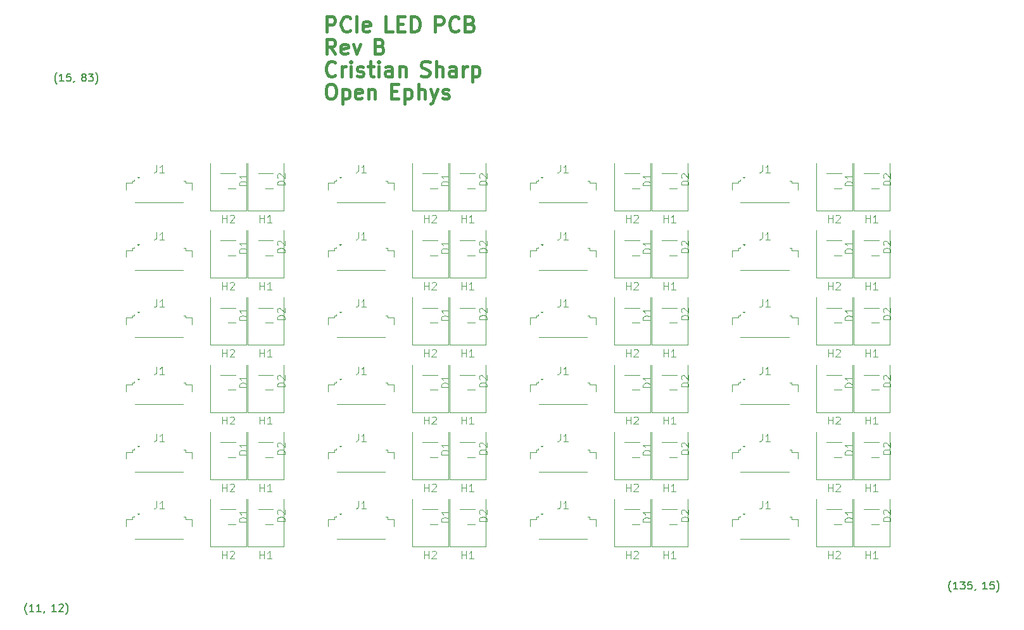
<source format=gbr>
%TF.GenerationSoftware,KiCad,Pcbnew,(7.0.0)*%
%TF.CreationDate,2023-07-13T10:10:58-04:00*%
%TF.ProjectId,bracket-led-panel,62726163-6b65-4742-9d6c-65642d70616e,rev?*%
%TF.SameCoordinates,Original*%
%TF.FileFunction,Legend,Top*%
%TF.FilePolarity,Positive*%
%FSLAX46Y46*%
G04 Gerber Fmt 4.6, Leading zero omitted, Abs format (unit mm)*
G04 Created by KiCad (PCBNEW (7.0.0)) date 2023-07-13 10:10:58*
%MOMM*%
%LPD*%
G01*
G04 APERTURE LIST*
%ADD10C,0.400000*%
%ADD11C,0.150000*%
%ADD12C,0.100000*%
%ADD13C,0.120000*%
G04 APERTURE END LIST*
D10*
X79857142Y-29734761D02*
X80238095Y-29734761D01*
X80238095Y-29734761D02*
X80428571Y-29830000D01*
X80428571Y-29830000D02*
X80619047Y-30020476D01*
X80619047Y-30020476D02*
X80714285Y-30401428D01*
X80714285Y-30401428D02*
X80714285Y-31068095D01*
X80714285Y-31068095D02*
X80619047Y-31449047D01*
X80619047Y-31449047D02*
X80428571Y-31639523D01*
X80428571Y-31639523D02*
X80238095Y-31734761D01*
X80238095Y-31734761D02*
X79857142Y-31734761D01*
X79857142Y-31734761D02*
X79666666Y-31639523D01*
X79666666Y-31639523D02*
X79476190Y-31449047D01*
X79476190Y-31449047D02*
X79380952Y-31068095D01*
X79380952Y-31068095D02*
X79380952Y-30401428D01*
X79380952Y-30401428D02*
X79476190Y-30020476D01*
X79476190Y-30020476D02*
X79666666Y-29830000D01*
X79666666Y-29830000D02*
X79857142Y-29734761D01*
X81571428Y-30401428D02*
X81571428Y-32401428D01*
X81571428Y-30496666D02*
X81761904Y-30401428D01*
X81761904Y-30401428D02*
X82142857Y-30401428D01*
X82142857Y-30401428D02*
X82333333Y-30496666D01*
X82333333Y-30496666D02*
X82428571Y-30591904D01*
X82428571Y-30591904D02*
X82523809Y-30782380D01*
X82523809Y-30782380D02*
X82523809Y-31353809D01*
X82523809Y-31353809D02*
X82428571Y-31544285D01*
X82428571Y-31544285D02*
X82333333Y-31639523D01*
X82333333Y-31639523D02*
X82142857Y-31734761D01*
X82142857Y-31734761D02*
X81761904Y-31734761D01*
X81761904Y-31734761D02*
X81571428Y-31639523D01*
X84142857Y-31639523D02*
X83952381Y-31734761D01*
X83952381Y-31734761D02*
X83571428Y-31734761D01*
X83571428Y-31734761D02*
X83380952Y-31639523D01*
X83380952Y-31639523D02*
X83285714Y-31449047D01*
X83285714Y-31449047D02*
X83285714Y-30687142D01*
X83285714Y-30687142D02*
X83380952Y-30496666D01*
X83380952Y-30496666D02*
X83571428Y-30401428D01*
X83571428Y-30401428D02*
X83952381Y-30401428D01*
X83952381Y-30401428D02*
X84142857Y-30496666D01*
X84142857Y-30496666D02*
X84238095Y-30687142D01*
X84238095Y-30687142D02*
X84238095Y-30877619D01*
X84238095Y-30877619D02*
X83285714Y-31068095D01*
X85095238Y-30401428D02*
X85095238Y-31734761D01*
X85095238Y-30591904D02*
X85190476Y-30496666D01*
X85190476Y-30496666D02*
X85380952Y-30401428D01*
X85380952Y-30401428D02*
X85666667Y-30401428D01*
X85666667Y-30401428D02*
X85857143Y-30496666D01*
X85857143Y-30496666D02*
X85952381Y-30687142D01*
X85952381Y-30687142D02*
X85952381Y-31734761D01*
X88104762Y-30687142D02*
X88771429Y-30687142D01*
X89057143Y-31734761D02*
X88104762Y-31734761D01*
X88104762Y-31734761D02*
X88104762Y-29734761D01*
X88104762Y-29734761D02*
X89057143Y-29734761D01*
X89914286Y-30401428D02*
X89914286Y-32401428D01*
X89914286Y-30496666D02*
X90104762Y-30401428D01*
X90104762Y-30401428D02*
X90485715Y-30401428D01*
X90485715Y-30401428D02*
X90676191Y-30496666D01*
X90676191Y-30496666D02*
X90771429Y-30591904D01*
X90771429Y-30591904D02*
X90866667Y-30782380D01*
X90866667Y-30782380D02*
X90866667Y-31353809D01*
X90866667Y-31353809D02*
X90771429Y-31544285D01*
X90771429Y-31544285D02*
X90676191Y-31639523D01*
X90676191Y-31639523D02*
X90485715Y-31734761D01*
X90485715Y-31734761D02*
X90104762Y-31734761D01*
X90104762Y-31734761D02*
X89914286Y-31639523D01*
X91723810Y-31734761D02*
X91723810Y-29734761D01*
X92580953Y-31734761D02*
X92580953Y-30687142D01*
X92580953Y-30687142D02*
X92485715Y-30496666D01*
X92485715Y-30496666D02*
X92295239Y-30401428D01*
X92295239Y-30401428D02*
X92009524Y-30401428D01*
X92009524Y-30401428D02*
X91819048Y-30496666D01*
X91819048Y-30496666D02*
X91723810Y-30591904D01*
X93342858Y-30401428D02*
X93819048Y-31734761D01*
X94295239Y-30401428D02*
X93819048Y-31734761D01*
X93819048Y-31734761D02*
X93628572Y-32210952D01*
X93628572Y-32210952D02*
X93533334Y-32306190D01*
X93533334Y-32306190D02*
X93342858Y-32401428D01*
X94961906Y-31639523D02*
X95152382Y-31734761D01*
X95152382Y-31734761D02*
X95533334Y-31734761D01*
X95533334Y-31734761D02*
X95723811Y-31639523D01*
X95723811Y-31639523D02*
X95819049Y-31449047D01*
X95819049Y-31449047D02*
X95819049Y-31353809D01*
X95819049Y-31353809D02*
X95723811Y-31163333D01*
X95723811Y-31163333D02*
X95533334Y-31068095D01*
X95533334Y-31068095D02*
X95247620Y-31068095D01*
X95247620Y-31068095D02*
X95057144Y-30972857D01*
X95057144Y-30972857D02*
X94961906Y-30782380D01*
X94961906Y-30782380D02*
X94961906Y-30687142D01*
X94961906Y-30687142D02*
X95057144Y-30496666D01*
X95057144Y-30496666D02*
X95247620Y-30401428D01*
X95247620Y-30401428D02*
X95533334Y-30401428D01*
X95533334Y-30401428D02*
X95723811Y-30496666D01*
X80619047Y-25734761D02*
X79952380Y-24782380D01*
X79476190Y-25734761D02*
X79476190Y-23734761D01*
X79476190Y-23734761D02*
X80238095Y-23734761D01*
X80238095Y-23734761D02*
X80428571Y-23830000D01*
X80428571Y-23830000D02*
X80523809Y-23925238D01*
X80523809Y-23925238D02*
X80619047Y-24115714D01*
X80619047Y-24115714D02*
X80619047Y-24401428D01*
X80619047Y-24401428D02*
X80523809Y-24591904D01*
X80523809Y-24591904D02*
X80428571Y-24687142D01*
X80428571Y-24687142D02*
X80238095Y-24782380D01*
X80238095Y-24782380D02*
X79476190Y-24782380D01*
X82238095Y-25639523D02*
X82047619Y-25734761D01*
X82047619Y-25734761D02*
X81666666Y-25734761D01*
X81666666Y-25734761D02*
X81476190Y-25639523D01*
X81476190Y-25639523D02*
X81380952Y-25449047D01*
X81380952Y-25449047D02*
X81380952Y-24687142D01*
X81380952Y-24687142D02*
X81476190Y-24496666D01*
X81476190Y-24496666D02*
X81666666Y-24401428D01*
X81666666Y-24401428D02*
X82047619Y-24401428D01*
X82047619Y-24401428D02*
X82238095Y-24496666D01*
X82238095Y-24496666D02*
X82333333Y-24687142D01*
X82333333Y-24687142D02*
X82333333Y-24877619D01*
X82333333Y-24877619D02*
X81380952Y-25068095D01*
X83000000Y-24401428D02*
X83476190Y-25734761D01*
X83476190Y-25734761D02*
X83952381Y-24401428D01*
X86580953Y-24687142D02*
X86866667Y-24782380D01*
X86866667Y-24782380D02*
X86961905Y-24877619D01*
X86961905Y-24877619D02*
X87057143Y-25068095D01*
X87057143Y-25068095D02*
X87057143Y-25353809D01*
X87057143Y-25353809D02*
X86961905Y-25544285D01*
X86961905Y-25544285D02*
X86866667Y-25639523D01*
X86866667Y-25639523D02*
X86676191Y-25734761D01*
X86676191Y-25734761D02*
X85914286Y-25734761D01*
X85914286Y-25734761D02*
X85914286Y-23734761D01*
X85914286Y-23734761D02*
X86580953Y-23734761D01*
X86580953Y-23734761D02*
X86771429Y-23830000D01*
X86771429Y-23830000D02*
X86866667Y-23925238D01*
X86866667Y-23925238D02*
X86961905Y-24115714D01*
X86961905Y-24115714D02*
X86961905Y-24306190D01*
X86961905Y-24306190D02*
X86866667Y-24496666D01*
X86866667Y-24496666D02*
X86771429Y-24591904D01*
X86771429Y-24591904D02*
X86580953Y-24687142D01*
X86580953Y-24687142D02*
X85914286Y-24687142D01*
X80619047Y-28544285D02*
X80523809Y-28639523D01*
X80523809Y-28639523D02*
X80238095Y-28734761D01*
X80238095Y-28734761D02*
X80047619Y-28734761D01*
X80047619Y-28734761D02*
X79761904Y-28639523D01*
X79761904Y-28639523D02*
X79571428Y-28449047D01*
X79571428Y-28449047D02*
X79476190Y-28258571D01*
X79476190Y-28258571D02*
X79380952Y-27877619D01*
X79380952Y-27877619D02*
X79380952Y-27591904D01*
X79380952Y-27591904D02*
X79476190Y-27210952D01*
X79476190Y-27210952D02*
X79571428Y-27020476D01*
X79571428Y-27020476D02*
X79761904Y-26830000D01*
X79761904Y-26830000D02*
X80047619Y-26734761D01*
X80047619Y-26734761D02*
X80238095Y-26734761D01*
X80238095Y-26734761D02*
X80523809Y-26830000D01*
X80523809Y-26830000D02*
X80619047Y-26925238D01*
X81476190Y-28734761D02*
X81476190Y-27401428D01*
X81476190Y-27782380D02*
X81571428Y-27591904D01*
X81571428Y-27591904D02*
X81666666Y-27496666D01*
X81666666Y-27496666D02*
X81857142Y-27401428D01*
X81857142Y-27401428D02*
X82047619Y-27401428D01*
X82714285Y-28734761D02*
X82714285Y-27401428D01*
X82714285Y-26734761D02*
X82619047Y-26830000D01*
X82619047Y-26830000D02*
X82714285Y-26925238D01*
X82714285Y-26925238D02*
X82809523Y-26830000D01*
X82809523Y-26830000D02*
X82714285Y-26734761D01*
X82714285Y-26734761D02*
X82714285Y-26925238D01*
X83571428Y-28639523D02*
X83761904Y-28734761D01*
X83761904Y-28734761D02*
X84142856Y-28734761D01*
X84142856Y-28734761D02*
X84333333Y-28639523D01*
X84333333Y-28639523D02*
X84428571Y-28449047D01*
X84428571Y-28449047D02*
X84428571Y-28353809D01*
X84428571Y-28353809D02*
X84333333Y-28163333D01*
X84333333Y-28163333D02*
X84142856Y-28068095D01*
X84142856Y-28068095D02*
X83857142Y-28068095D01*
X83857142Y-28068095D02*
X83666666Y-27972857D01*
X83666666Y-27972857D02*
X83571428Y-27782380D01*
X83571428Y-27782380D02*
X83571428Y-27687142D01*
X83571428Y-27687142D02*
X83666666Y-27496666D01*
X83666666Y-27496666D02*
X83857142Y-27401428D01*
X83857142Y-27401428D02*
X84142856Y-27401428D01*
X84142856Y-27401428D02*
X84333333Y-27496666D01*
X85000000Y-27401428D02*
X85761904Y-27401428D01*
X85285714Y-26734761D02*
X85285714Y-28449047D01*
X85285714Y-28449047D02*
X85380952Y-28639523D01*
X85380952Y-28639523D02*
X85571428Y-28734761D01*
X85571428Y-28734761D02*
X85761904Y-28734761D01*
X86428571Y-28734761D02*
X86428571Y-27401428D01*
X86428571Y-26734761D02*
X86333333Y-26830000D01*
X86333333Y-26830000D02*
X86428571Y-26925238D01*
X86428571Y-26925238D02*
X86523809Y-26830000D01*
X86523809Y-26830000D02*
X86428571Y-26734761D01*
X86428571Y-26734761D02*
X86428571Y-26925238D01*
X88238095Y-28734761D02*
X88238095Y-27687142D01*
X88238095Y-27687142D02*
X88142857Y-27496666D01*
X88142857Y-27496666D02*
X87952381Y-27401428D01*
X87952381Y-27401428D02*
X87571428Y-27401428D01*
X87571428Y-27401428D02*
X87380952Y-27496666D01*
X88238095Y-28639523D02*
X88047619Y-28734761D01*
X88047619Y-28734761D02*
X87571428Y-28734761D01*
X87571428Y-28734761D02*
X87380952Y-28639523D01*
X87380952Y-28639523D02*
X87285714Y-28449047D01*
X87285714Y-28449047D02*
X87285714Y-28258571D01*
X87285714Y-28258571D02*
X87380952Y-28068095D01*
X87380952Y-28068095D02*
X87571428Y-27972857D01*
X87571428Y-27972857D02*
X88047619Y-27972857D01*
X88047619Y-27972857D02*
X88238095Y-27877619D01*
X89190476Y-27401428D02*
X89190476Y-28734761D01*
X89190476Y-27591904D02*
X89285714Y-27496666D01*
X89285714Y-27496666D02*
X89476190Y-27401428D01*
X89476190Y-27401428D02*
X89761905Y-27401428D01*
X89761905Y-27401428D02*
X89952381Y-27496666D01*
X89952381Y-27496666D02*
X90047619Y-27687142D01*
X90047619Y-27687142D02*
X90047619Y-28734761D01*
X92104762Y-28639523D02*
X92390476Y-28734761D01*
X92390476Y-28734761D02*
X92866667Y-28734761D01*
X92866667Y-28734761D02*
X93057143Y-28639523D01*
X93057143Y-28639523D02*
X93152381Y-28544285D01*
X93152381Y-28544285D02*
X93247619Y-28353809D01*
X93247619Y-28353809D02*
X93247619Y-28163333D01*
X93247619Y-28163333D02*
X93152381Y-27972857D01*
X93152381Y-27972857D02*
X93057143Y-27877619D01*
X93057143Y-27877619D02*
X92866667Y-27782380D01*
X92866667Y-27782380D02*
X92485714Y-27687142D01*
X92485714Y-27687142D02*
X92295238Y-27591904D01*
X92295238Y-27591904D02*
X92200000Y-27496666D01*
X92200000Y-27496666D02*
X92104762Y-27306190D01*
X92104762Y-27306190D02*
X92104762Y-27115714D01*
X92104762Y-27115714D02*
X92200000Y-26925238D01*
X92200000Y-26925238D02*
X92295238Y-26830000D01*
X92295238Y-26830000D02*
X92485714Y-26734761D01*
X92485714Y-26734761D02*
X92961905Y-26734761D01*
X92961905Y-26734761D02*
X93247619Y-26830000D01*
X94104762Y-28734761D02*
X94104762Y-26734761D01*
X94961905Y-28734761D02*
X94961905Y-27687142D01*
X94961905Y-27687142D02*
X94866667Y-27496666D01*
X94866667Y-27496666D02*
X94676191Y-27401428D01*
X94676191Y-27401428D02*
X94390476Y-27401428D01*
X94390476Y-27401428D02*
X94200000Y-27496666D01*
X94200000Y-27496666D02*
X94104762Y-27591904D01*
X96771429Y-28734761D02*
X96771429Y-27687142D01*
X96771429Y-27687142D02*
X96676191Y-27496666D01*
X96676191Y-27496666D02*
X96485715Y-27401428D01*
X96485715Y-27401428D02*
X96104762Y-27401428D01*
X96104762Y-27401428D02*
X95914286Y-27496666D01*
X96771429Y-28639523D02*
X96580953Y-28734761D01*
X96580953Y-28734761D02*
X96104762Y-28734761D01*
X96104762Y-28734761D02*
X95914286Y-28639523D01*
X95914286Y-28639523D02*
X95819048Y-28449047D01*
X95819048Y-28449047D02*
X95819048Y-28258571D01*
X95819048Y-28258571D02*
X95914286Y-28068095D01*
X95914286Y-28068095D02*
X96104762Y-27972857D01*
X96104762Y-27972857D02*
X96580953Y-27972857D01*
X96580953Y-27972857D02*
X96771429Y-27877619D01*
X97723810Y-28734761D02*
X97723810Y-27401428D01*
X97723810Y-27782380D02*
X97819048Y-27591904D01*
X97819048Y-27591904D02*
X97914286Y-27496666D01*
X97914286Y-27496666D02*
X98104762Y-27401428D01*
X98104762Y-27401428D02*
X98295239Y-27401428D01*
X98961905Y-27401428D02*
X98961905Y-29401428D01*
X98961905Y-27496666D02*
X99152381Y-27401428D01*
X99152381Y-27401428D02*
X99533334Y-27401428D01*
X99533334Y-27401428D02*
X99723810Y-27496666D01*
X99723810Y-27496666D02*
X99819048Y-27591904D01*
X99819048Y-27591904D02*
X99914286Y-27782380D01*
X99914286Y-27782380D02*
X99914286Y-28353809D01*
X99914286Y-28353809D02*
X99819048Y-28544285D01*
X99819048Y-28544285D02*
X99723810Y-28639523D01*
X99723810Y-28639523D02*
X99533334Y-28734761D01*
X99533334Y-28734761D02*
X99152381Y-28734761D01*
X99152381Y-28734761D02*
X98961905Y-28639523D01*
X79476190Y-22734761D02*
X79476190Y-20734761D01*
X79476190Y-20734761D02*
X80238095Y-20734761D01*
X80238095Y-20734761D02*
X80428571Y-20830000D01*
X80428571Y-20830000D02*
X80523809Y-20925238D01*
X80523809Y-20925238D02*
X80619047Y-21115714D01*
X80619047Y-21115714D02*
X80619047Y-21401428D01*
X80619047Y-21401428D02*
X80523809Y-21591904D01*
X80523809Y-21591904D02*
X80428571Y-21687142D01*
X80428571Y-21687142D02*
X80238095Y-21782380D01*
X80238095Y-21782380D02*
X79476190Y-21782380D01*
X82619047Y-22544285D02*
X82523809Y-22639523D01*
X82523809Y-22639523D02*
X82238095Y-22734761D01*
X82238095Y-22734761D02*
X82047619Y-22734761D01*
X82047619Y-22734761D02*
X81761904Y-22639523D01*
X81761904Y-22639523D02*
X81571428Y-22449047D01*
X81571428Y-22449047D02*
X81476190Y-22258571D01*
X81476190Y-22258571D02*
X81380952Y-21877619D01*
X81380952Y-21877619D02*
X81380952Y-21591904D01*
X81380952Y-21591904D02*
X81476190Y-21210952D01*
X81476190Y-21210952D02*
X81571428Y-21020476D01*
X81571428Y-21020476D02*
X81761904Y-20830000D01*
X81761904Y-20830000D02*
X82047619Y-20734761D01*
X82047619Y-20734761D02*
X82238095Y-20734761D01*
X82238095Y-20734761D02*
X82523809Y-20830000D01*
X82523809Y-20830000D02*
X82619047Y-20925238D01*
X83476190Y-22734761D02*
X83476190Y-20734761D01*
X85190476Y-22639523D02*
X85000000Y-22734761D01*
X85000000Y-22734761D02*
X84619047Y-22734761D01*
X84619047Y-22734761D02*
X84428571Y-22639523D01*
X84428571Y-22639523D02*
X84333333Y-22449047D01*
X84333333Y-22449047D02*
X84333333Y-21687142D01*
X84333333Y-21687142D02*
X84428571Y-21496666D01*
X84428571Y-21496666D02*
X84619047Y-21401428D01*
X84619047Y-21401428D02*
X85000000Y-21401428D01*
X85000000Y-21401428D02*
X85190476Y-21496666D01*
X85190476Y-21496666D02*
X85285714Y-21687142D01*
X85285714Y-21687142D02*
X85285714Y-21877619D01*
X85285714Y-21877619D02*
X84333333Y-22068095D01*
X88295238Y-22734761D02*
X87342857Y-22734761D01*
X87342857Y-22734761D02*
X87342857Y-20734761D01*
X88961905Y-21687142D02*
X89628572Y-21687142D01*
X89914286Y-22734761D02*
X88961905Y-22734761D01*
X88961905Y-22734761D02*
X88961905Y-20734761D01*
X88961905Y-20734761D02*
X89914286Y-20734761D01*
X90771429Y-22734761D02*
X90771429Y-20734761D01*
X90771429Y-20734761D02*
X91247619Y-20734761D01*
X91247619Y-20734761D02*
X91533334Y-20830000D01*
X91533334Y-20830000D02*
X91723810Y-21020476D01*
X91723810Y-21020476D02*
X91819048Y-21210952D01*
X91819048Y-21210952D02*
X91914286Y-21591904D01*
X91914286Y-21591904D02*
X91914286Y-21877619D01*
X91914286Y-21877619D02*
X91819048Y-22258571D01*
X91819048Y-22258571D02*
X91723810Y-22449047D01*
X91723810Y-22449047D02*
X91533334Y-22639523D01*
X91533334Y-22639523D02*
X91247619Y-22734761D01*
X91247619Y-22734761D02*
X90771429Y-22734761D01*
X93971429Y-22734761D02*
X93971429Y-20734761D01*
X93971429Y-20734761D02*
X94733334Y-20734761D01*
X94733334Y-20734761D02*
X94923810Y-20830000D01*
X94923810Y-20830000D02*
X95019048Y-20925238D01*
X95019048Y-20925238D02*
X95114286Y-21115714D01*
X95114286Y-21115714D02*
X95114286Y-21401428D01*
X95114286Y-21401428D02*
X95019048Y-21591904D01*
X95019048Y-21591904D02*
X94923810Y-21687142D01*
X94923810Y-21687142D02*
X94733334Y-21782380D01*
X94733334Y-21782380D02*
X93971429Y-21782380D01*
X97114286Y-22544285D02*
X97019048Y-22639523D01*
X97019048Y-22639523D02*
X96733334Y-22734761D01*
X96733334Y-22734761D02*
X96542858Y-22734761D01*
X96542858Y-22734761D02*
X96257143Y-22639523D01*
X96257143Y-22639523D02*
X96066667Y-22449047D01*
X96066667Y-22449047D02*
X95971429Y-22258571D01*
X95971429Y-22258571D02*
X95876191Y-21877619D01*
X95876191Y-21877619D02*
X95876191Y-21591904D01*
X95876191Y-21591904D02*
X95971429Y-21210952D01*
X95971429Y-21210952D02*
X96066667Y-21020476D01*
X96066667Y-21020476D02*
X96257143Y-20830000D01*
X96257143Y-20830000D02*
X96542858Y-20734761D01*
X96542858Y-20734761D02*
X96733334Y-20734761D01*
X96733334Y-20734761D02*
X97019048Y-20830000D01*
X97019048Y-20830000D02*
X97114286Y-20925238D01*
X98638096Y-21687142D02*
X98923810Y-21782380D01*
X98923810Y-21782380D02*
X99019048Y-21877619D01*
X99019048Y-21877619D02*
X99114286Y-22068095D01*
X99114286Y-22068095D02*
X99114286Y-22353809D01*
X99114286Y-22353809D02*
X99019048Y-22544285D01*
X99019048Y-22544285D02*
X98923810Y-22639523D01*
X98923810Y-22639523D02*
X98733334Y-22734761D01*
X98733334Y-22734761D02*
X97971429Y-22734761D01*
X97971429Y-22734761D02*
X97971429Y-20734761D01*
X97971429Y-20734761D02*
X98638096Y-20734761D01*
X98638096Y-20734761D02*
X98828572Y-20830000D01*
X98828572Y-20830000D02*
X98923810Y-20925238D01*
X98923810Y-20925238D02*
X99019048Y-21115714D01*
X99019048Y-21115714D02*
X99019048Y-21306190D01*
X99019048Y-21306190D02*
X98923810Y-21496666D01*
X98923810Y-21496666D02*
X98828572Y-21591904D01*
X98828572Y-21591904D02*
X98638096Y-21687142D01*
X98638096Y-21687142D02*
X97971429Y-21687142D01*
D11*
%TO.C,(135\u002C 15)*%
X162938095Y-97748333D02*
X162890476Y-97700714D01*
X162890476Y-97700714D02*
X162795238Y-97557857D01*
X162795238Y-97557857D02*
X162747619Y-97462619D01*
X162747619Y-97462619D02*
X162700000Y-97319761D01*
X162700000Y-97319761D02*
X162652381Y-97081666D01*
X162652381Y-97081666D02*
X162652381Y-96891190D01*
X162652381Y-96891190D02*
X162700000Y-96653095D01*
X162700000Y-96653095D02*
X162747619Y-96510238D01*
X162747619Y-96510238D02*
X162795238Y-96415000D01*
X162795238Y-96415000D02*
X162890476Y-96272142D01*
X162890476Y-96272142D02*
X162938095Y-96224523D01*
X163842857Y-97367380D02*
X163271429Y-97367380D01*
X163557143Y-97367380D02*
X163557143Y-96367380D01*
X163557143Y-96367380D02*
X163461905Y-96510238D01*
X163461905Y-96510238D02*
X163366667Y-96605476D01*
X163366667Y-96605476D02*
X163271429Y-96653095D01*
X164176191Y-96367380D02*
X164795238Y-96367380D01*
X164795238Y-96367380D02*
X164461905Y-96748333D01*
X164461905Y-96748333D02*
X164604762Y-96748333D01*
X164604762Y-96748333D02*
X164700000Y-96795952D01*
X164700000Y-96795952D02*
X164747619Y-96843571D01*
X164747619Y-96843571D02*
X164795238Y-96938809D01*
X164795238Y-96938809D02*
X164795238Y-97176904D01*
X164795238Y-97176904D02*
X164747619Y-97272142D01*
X164747619Y-97272142D02*
X164700000Y-97319761D01*
X164700000Y-97319761D02*
X164604762Y-97367380D01*
X164604762Y-97367380D02*
X164319048Y-97367380D01*
X164319048Y-97367380D02*
X164223810Y-97319761D01*
X164223810Y-97319761D02*
X164176191Y-97272142D01*
X165700000Y-96367380D02*
X165223810Y-96367380D01*
X165223810Y-96367380D02*
X165176191Y-96843571D01*
X165176191Y-96843571D02*
X165223810Y-96795952D01*
X165223810Y-96795952D02*
X165319048Y-96748333D01*
X165319048Y-96748333D02*
X165557143Y-96748333D01*
X165557143Y-96748333D02*
X165652381Y-96795952D01*
X165652381Y-96795952D02*
X165700000Y-96843571D01*
X165700000Y-96843571D02*
X165747619Y-96938809D01*
X165747619Y-96938809D02*
X165747619Y-97176904D01*
X165747619Y-97176904D02*
X165700000Y-97272142D01*
X165700000Y-97272142D02*
X165652381Y-97319761D01*
X165652381Y-97319761D02*
X165557143Y-97367380D01*
X165557143Y-97367380D02*
X165319048Y-97367380D01*
X165319048Y-97367380D02*
X165223810Y-97319761D01*
X165223810Y-97319761D02*
X165176191Y-97272142D01*
X166223810Y-97319761D02*
X166223810Y-97367380D01*
X166223810Y-97367380D02*
X166176191Y-97462619D01*
X166176191Y-97462619D02*
X166128572Y-97510238D01*
X167776190Y-97367380D02*
X167204762Y-97367380D01*
X167490476Y-97367380D02*
X167490476Y-96367380D01*
X167490476Y-96367380D02*
X167395238Y-96510238D01*
X167395238Y-96510238D02*
X167300000Y-96605476D01*
X167300000Y-96605476D02*
X167204762Y-96653095D01*
X168680952Y-96367380D02*
X168204762Y-96367380D01*
X168204762Y-96367380D02*
X168157143Y-96843571D01*
X168157143Y-96843571D02*
X168204762Y-96795952D01*
X168204762Y-96795952D02*
X168300000Y-96748333D01*
X168300000Y-96748333D02*
X168538095Y-96748333D01*
X168538095Y-96748333D02*
X168633333Y-96795952D01*
X168633333Y-96795952D02*
X168680952Y-96843571D01*
X168680952Y-96843571D02*
X168728571Y-96938809D01*
X168728571Y-96938809D02*
X168728571Y-97176904D01*
X168728571Y-97176904D02*
X168680952Y-97272142D01*
X168680952Y-97272142D02*
X168633333Y-97319761D01*
X168633333Y-97319761D02*
X168538095Y-97367380D01*
X168538095Y-97367380D02*
X168300000Y-97367380D01*
X168300000Y-97367380D02*
X168204762Y-97319761D01*
X168204762Y-97319761D02*
X168157143Y-97272142D01*
X169061905Y-97748333D02*
X169109524Y-97700714D01*
X169109524Y-97700714D02*
X169204762Y-97557857D01*
X169204762Y-97557857D02*
X169252381Y-97462619D01*
X169252381Y-97462619D02*
X169300000Y-97319761D01*
X169300000Y-97319761D02*
X169347619Y-97081666D01*
X169347619Y-97081666D02*
X169347619Y-96891190D01*
X169347619Y-96891190D02*
X169300000Y-96653095D01*
X169300000Y-96653095D02*
X169252381Y-96510238D01*
X169252381Y-96510238D02*
X169204762Y-96415000D01*
X169204762Y-96415000D02*
X169109524Y-96272142D01*
X169109524Y-96272142D02*
X169061905Y-96224523D01*
%TO.C,(11\u002C 12)*%
X39414285Y-100748333D02*
X39366666Y-100700714D01*
X39366666Y-100700714D02*
X39271428Y-100557857D01*
X39271428Y-100557857D02*
X39223809Y-100462619D01*
X39223809Y-100462619D02*
X39176190Y-100319761D01*
X39176190Y-100319761D02*
X39128571Y-100081666D01*
X39128571Y-100081666D02*
X39128571Y-99891190D01*
X39128571Y-99891190D02*
X39176190Y-99653095D01*
X39176190Y-99653095D02*
X39223809Y-99510238D01*
X39223809Y-99510238D02*
X39271428Y-99415000D01*
X39271428Y-99415000D02*
X39366666Y-99272142D01*
X39366666Y-99272142D02*
X39414285Y-99224523D01*
X40319047Y-100367380D02*
X39747619Y-100367380D01*
X40033333Y-100367380D02*
X40033333Y-99367380D01*
X40033333Y-99367380D02*
X39938095Y-99510238D01*
X39938095Y-99510238D02*
X39842857Y-99605476D01*
X39842857Y-99605476D02*
X39747619Y-99653095D01*
X41271428Y-100367380D02*
X40700000Y-100367380D01*
X40985714Y-100367380D02*
X40985714Y-99367380D01*
X40985714Y-99367380D02*
X40890476Y-99510238D01*
X40890476Y-99510238D02*
X40795238Y-99605476D01*
X40795238Y-99605476D02*
X40700000Y-99653095D01*
X41747619Y-100319761D02*
X41747619Y-100367380D01*
X41747619Y-100367380D02*
X41700000Y-100462619D01*
X41700000Y-100462619D02*
X41652381Y-100510238D01*
X43299999Y-100367380D02*
X42728571Y-100367380D01*
X43014285Y-100367380D02*
X43014285Y-99367380D01*
X43014285Y-99367380D02*
X42919047Y-99510238D01*
X42919047Y-99510238D02*
X42823809Y-99605476D01*
X42823809Y-99605476D02*
X42728571Y-99653095D01*
X43680952Y-99462619D02*
X43728571Y-99415000D01*
X43728571Y-99415000D02*
X43823809Y-99367380D01*
X43823809Y-99367380D02*
X44061904Y-99367380D01*
X44061904Y-99367380D02*
X44157142Y-99415000D01*
X44157142Y-99415000D02*
X44204761Y-99462619D01*
X44204761Y-99462619D02*
X44252380Y-99557857D01*
X44252380Y-99557857D02*
X44252380Y-99653095D01*
X44252380Y-99653095D02*
X44204761Y-99795952D01*
X44204761Y-99795952D02*
X43633333Y-100367380D01*
X43633333Y-100367380D02*
X44252380Y-100367380D01*
X44585714Y-100748333D02*
X44633333Y-100700714D01*
X44633333Y-100700714D02*
X44728571Y-100557857D01*
X44728571Y-100557857D02*
X44776190Y-100462619D01*
X44776190Y-100462619D02*
X44823809Y-100319761D01*
X44823809Y-100319761D02*
X44871428Y-100081666D01*
X44871428Y-100081666D02*
X44871428Y-99891190D01*
X44871428Y-99891190D02*
X44823809Y-99653095D01*
X44823809Y-99653095D02*
X44776190Y-99510238D01*
X44776190Y-99510238D02*
X44728571Y-99415000D01*
X44728571Y-99415000D02*
X44633333Y-99272142D01*
X44633333Y-99272142D02*
X44585714Y-99224523D01*
%TO.C,(15\u002C 83)*%
X43414285Y-29748333D02*
X43366666Y-29700714D01*
X43366666Y-29700714D02*
X43271428Y-29557857D01*
X43271428Y-29557857D02*
X43223809Y-29462619D01*
X43223809Y-29462619D02*
X43176190Y-29319761D01*
X43176190Y-29319761D02*
X43128571Y-29081666D01*
X43128571Y-29081666D02*
X43128571Y-28891190D01*
X43128571Y-28891190D02*
X43176190Y-28653095D01*
X43176190Y-28653095D02*
X43223809Y-28510238D01*
X43223809Y-28510238D02*
X43271428Y-28415000D01*
X43271428Y-28415000D02*
X43366666Y-28272142D01*
X43366666Y-28272142D02*
X43414285Y-28224523D01*
X44319047Y-29367380D02*
X43747619Y-29367380D01*
X44033333Y-29367380D02*
X44033333Y-28367380D01*
X44033333Y-28367380D02*
X43938095Y-28510238D01*
X43938095Y-28510238D02*
X43842857Y-28605476D01*
X43842857Y-28605476D02*
X43747619Y-28653095D01*
X45223809Y-28367380D02*
X44747619Y-28367380D01*
X44747619Y-28367380D02*
X44700000Y-28843571D01*
X44700000Y-28843571D02*
X44747619Y-28795952D01*
X44747619Y-28795952D02*
X44842857Y-28748333D01*
X44842857Y-28748333D02*
X45080952Y-28748333D01*
X45080952Y-28748333D02*
X45176190Y-28795952D01*
X45176190Y-28795952D02*
X45223809Y-28843571D01*
X45223809Y-28843571D02*
X45271428Y-28938809D01*
X45271428Y-28938809D02*
X45271428Y-29176904D01*
X45271428Y-29176904D02*
X45223809Y-29272142D01*
X45223809Y-29272142D02*
X45176190Y-29319761D01*
X45176190Y-29319761D02*
X45080952Y-29367380D01*
X45080952Y-29367380D02*
X44842857Y-29367380D01*
X44842857Y-29367380D02*
X44747619Y-29319761D01*
X44747619Y-29319761D02*
X44700000Y-29272142D01*
X45747619Y-29319761D02*
X45747619Y-29367380D01*
X45747619Y-29367380D02*
X45700000Y-29462619D01*
X45700000Y-29462619D02*
X45652381Y-29510238D01*
X46919047Y-28795952D02*
X46823809Y-28748333D01*
X46823809Y-28748333D02*
X46776190Y-28700714D01*
X46776190Y-28700714D02*
X46728571Y-28605476D01*
X46728571Y-28605476D02*
X46728571Y-28557857D01*
X46728571Y-28557857D02*
X46776190Y-28462619D01*
X46776190Y-28462619D02*
X46823809Y-28415000D01*
X46823809Y-28415000D02*
X46919047Y-28367380D01*
X46919047Y-28367380D02*
X47109523Y-28367380D01*
X47109523Y-28367380D02*
X47204761Y-28415000D01*
X47204761Y-28415000D02*
X47252380Y-28462619D01*
X47252380Y-28462619D02*
X47299999Y-28557857D01*
X47299999Y-28557857D02*
X47299999Y-28605476D01*
X47299999Y-28605476D02*
X47252380Y-28700714D01*
X47252380Y-28700714D02*
X47204761Y-28748333D01*
X47204761Y-28748333D02*
X47109523Y-28795952D01*
X47109523Y-28795952D02*
X46919047Y-28795952D01*
X46919047Y-28795952D02*
X46823809Y-28843571D01*
X46823809Y-28843571D02*
X46776190Y-28891190D01*
X46776190Y-28891190D02*
X46728571Y-28986428D01*
X46728571Y-28986428D02*
X46728571Y-29176904D01*
X46728571Y-29176904D02*
X46776190Y-29272142D01*
X46776190Y-29272142D02*
X46823809Y-29319761D01*
X46823809Y-29319761D02*
X46919047Y-29367380D01*
X46919047Y-29367380D02*
X47109523Y-29367380D01*
X47109523Y-29367380D02*
X47204761Y-29319761D01*
X47204761Y-29319761D02*
X47252380Y-29272142D01*
X47252380Y-29272142D02*
X47299999Y-29176904D01*
X47299999Y-29176904D02*
X47299999Y-28986428D01*
X47299999Y-28986428D02*
X47252380Y-28891190D01*
X47252380Y-28891190D02*
X47204761Y-28843571D01*
X47204761Y-28843571D02*
X47109523Y-28795952D01*
X47633333Y-28367380D02*
X48252380Y-28367380D01*
X48252380Y-28367380D02*
X47919047Y-28748333D01*
X47919047Y-28748333D02*
X48061904Y-28748333D01*
X48061904Y-28748333D02*
X48157142Y-28795952D01*
X48157142Y-28795952D02*
X48204761Y-28843571D01*
X48204761Y-28843571D02*
X48252380Y-28938809D01*
X48252380Y-28938809D02*
X48252380Y-29176904D01*
X48252380Y-29176904D02*
X48204761Y-29272142D01*
X48204761Y-29272142D02*
X48157142Y-29319761D01*
X48157142Y-29319761D02*
X48061904Y-29367380D01*
X48061904Y-29367380D02*
X47776190Y-29367380D01*
X47776190Y-29367380D02*
X47680952Y-29319761D01*
X47680952Y-29319761D02*
X47633333Y-29272142D01*
X48585714Y-29748333D02*
X48633333Y-29700714D01*
X48633333Y-29700714D02*
X48728571Y-29557857D01*
X48728571Y-29557857D02*
X48776190Y-29462619D01*
X48776190Y-29462619D02*
X48823809Y-29319761D01*
X48823809Y-29319761D02*
X48871428Y-29081666D01*
X48871428Y-29081666D02*
X48871428Y-28891190D01*
X48871428Y-28891190D02*
X48823809Y-28653095D01*
X48823809Y-28653095D02*
X48776190Y-28510238D01*
X48776190Y-28510238D02*
X48728571Y-28415000D01*
X48728571Y-28415000D02*
X48633333Y-28272142D01*
X48633333Y-28272142D02*
X48585714Y-28224523D01*
D12*
%TO.C,H2*%
X146538095Y-57267380D02*
X146538095Y-56267380D01*
X146538095Y-56743571D02*
X147109523Y-56743571D01*
X147109523Y-57267380D02*
X147109523Y-56267380D01*
X147538095Y-56362619D02*
X147585714Y-56315000D01*
X147585714Y-56315000D02*
X147680952Y-56267380D01*
X147680952Y-56267380D02*
X147919047Y-56267380D01*
X147919047Y-56267380D02*
X148014285Y-56315000D01*
X148014285Y-56315000D02*
X148061904Y-56362619D01*
X148061904Y-56362619D02*
X148109523Y-56457857D01*
X148109523Y-56457857D02*
X148109523Y-56553095D01*
X148109523Y-56553095D02*
X148061904Y-56695952D01*
X148061904Y-56695952D02*
X147490476Y-57267380D01*
X147490476Y-57267380D02*
X148109523Y-57267380D01*
X119538095Y-57267380D02*
X119538095Y-56267380D01*
X119538095Y-56743571D02*
X120109523Y-56743571D01*
X120109523Y-57267380D02*
X120109523Y-56267380D01*
X120538095Y-56362619D02*
X120585714Y-56315000D01*
X120585714Y-56315000D02*
X120680952Y-56267380D01*
X120680952Y-56267380D02*
X120919047Y-56267380D01*
X120919047Y-56267380D02*
X121014285Y-56315000D01*
X121014285Y-56315000D02*
X121061904Y-56362619D01*
X121061904Y-56362619D02*
X121109523Y-56457857D01*
X121109523Y-56457857D02*
X121109523Y-56553095D01*
X121109523Y-56553095D02*
X121061904Y-56695952D01*
X121061904Y-56695952D02*
X120490476Y-57267380D01*
X120490476Y-57267380D02*
X121109523Y-57267380D01*
X146538095Y-48267380D02*
X146538095Y-47267380D01*
X146538095Y-47743571D02*
X147109523Y-47743571D01*
X147109523Y-48267380D02*
X147109523Y-47267380D01*
X147538095Y-47362619D02*
X147585714Y-47315000D01*
X147585714Y-47315000D02*
X147680952Y-47267380D01*
X147680952Y-47267380D02*
X147919047Y-47267380D01*
X147919047Y-47267380D02*
X148014285Y-47315000D01*
X148014285Y-47315000D02*
X148061904Y-47362619D01*
X148061904Y-47362619D02*
X148109523Y-47457857D01*
X148109523Y-47457857D02*
X148109523Y-47553095D01*
X148109523Y-47553095D02*
X148061904Y-47695952D01*
X148061904Y-47695952D02*
X147490476Y-48267380D01*
X147490476Y-48267380D02*
X148109523Y-48267380D01*
X92538095Y-57267380D02*
X92538095Y-56267380D01*
X92538095Y-56743571D02*
X93109523Y-56743571D01*
X93109523Y-57267380D02*
X93109523Y-56267380D01*
X93538095Y-56362619D02*
X93585714Y-56315000D01*
X93585714Y-56315000D02*
X93680952Y-56267380D01*
X93680952Y-56267380D02*
X93919047Y-56267380D01*
X93919047Y-56267380D02*
X94014285Y-56315000D01*
X94014285Y-56315000D02*
X94061904Y-56362619D01*
X94061904Y-56362619D02*
X94109523Y-56457857D01*
X94109523Y-56457857D02*
X94109523Y-56553095D01*
X94109523Y-56553095D02*
X94061904Y-56695952D01*
X94061904Y-56695952D02*
X93490476Y-57267380D01*
X93490476Y-57267380D02*
X94109523Y-57267380D01*
X92538095Y-48267380D02*
X92538095Y-47267380D01*
X92538095Y-47743571D02*
X93109523Y-47743571D01*
X93109523Y-48267380D02*
X93109523Y-47267380D01*
X93538095Y-47362619D02*
X93585714Y-47315000D01*
X93585714Y-47315000D02*
X93680952Y-47267380D01*
X93680952Y-47267380D02*
X93919047Y-47267380D01*
X93919047Y-47267380D02*
X94014285Y-47315000D01*
X94014285Y-47315000D02*
X94061904Y-47362619D01*
X94061904Y-47362619D02*
X94109523Y-47457857D01*
X94109523Y-47457857D02*
X94109523Y-47553095D01*
X94109523Y-47553095D02*
X94061904Y-47695952D01*
X94061904Y-47695952D02*
X93490476Y-48267380D01*
X93490476Y-48267380D02*
X94109523Y-48267380D01*
X65538095Y-48267380D02*
X65538095Y-47267380D01*
X65538095Y-47743571D02*
X66109523Y-47743571D01*
X66109523Y-48267380D02*
X66109523Y-47267380D01*
X66538095Y-47362619D02*
X66585714Y-47315000D01*
X66585714Y-47315000D02*
X66680952Y-47267380D01*
X66680952Y-47267380D02*
X66919047Y-47267380D01*
X66919047Y-47267380D02*
X67014285Y-47315000D01*
X67014285Y-47315000D02*
X67061904Y-47362619D01*
X67061904Y-47362619D02*
X67109523Y-47457857D01*
X67109523Y-47457857D02*
X67109523Y-47553095D01*
X67109523Y-47553095D02*
X67061904Y-47695952D01*
X67061904Y-47695952D02*
X66490476Y-48267380D01*
X66490476Y-48267380D02*
X67109523Y-48267380D01*
X119538095Y-48267380D02*
X119538095Y-47267380D01*
X119538095Y-47743571D02*
X120109523Y-47743571D01*
X120109523Y-48267380D02*
X120109523Y-47267380D01*
X120538095Y-47362619D02*
X120585714Y-47315000D01*
X120585714Y-47315000D02*
X120680952Y-47267380D01*
X120680952Y-47267380D02*
X120919047Y-47267380D01*
X120919047Y-47267380D02*
X121014285Y-47315000D01*
X121014285Y-47315000D02*
X121061904Y-47362619D01*
X121061904Y-47362619D02*
X121109523Y-47457857D01*
X121109523Y-47457857D02*
X121109523Y-47553095D01*
X121109523Y-47553095D02*
X121061904Y-47695952D01*
X121061904Y-47695952D02*
X120490476Y-48267380D01*
X120490476Y-48267380D02*
X121109523Y-48267380D01*
X65538095Y-66267380D02*
X65538095Y-65267380D01*
X65538095Y-65743571D02*
X66109523Y-65743571D01*
X66109523Y-66267380D02*
X66109523Y-65267380D01*
X66538095Y-65362619D02*
X66585714Y-65315000D01*
X66585714Y-65315000D02*
X66680952Y-65267380D01*
X66680952Y-65267380D02*
X66919047Y-65267380D01*
X66919047Y-65267380D02*
X67014285Y-65315000D01*
X67014285Y-65315000D02*
X67061904Y-65362619D01*
X67061904Y-65362619D02*
X67109523Y-65457857D01*
X67109523Y-65457857D02*
X67109523Y-65553095D01*
X67109523Y-65553095D02*
X67061904Y-65695952D01*
X67061904Y-65695952D02*
X66490476Y-66267380D01*
X66490476Y-66267380D02*
X67109523Y-66267380D01*
X119538095Y-66267380D02*
X119538095Y-65267380D01*
X119538095Y-65743571D02*
X120109523Y-65743571D01*
X120109523Y-66267380D02*
X120109523Y-65267380D01*
X120538095Y-65362619D02*
X120585714Y-65315000D01*
X120585714Y-65315000D02*
X120680952Y-65267380D01*
X120680952Y-65267380D02*
X120919047Y-65267380D01*
X120919047Y-65267380D02*
X121014285Y-65315000D01*
X121014285Y-65315000D02*
X121061904Y-65362619D01*
X121061904Y-65362619D02*
X121109523Y-65457857D01*
X121109523Y-65457857D02*
X121109523Y-65553095D01*
X121109523Y-65553095D02*
X121061904Y-65695952D01*
X121061904Y-65695952D02*
X120490476Y-66267380D01*
X120490476Y-66267380D02*
X121109523Y-66267380D01*
X65538095Y-93267380D02*
X65538095Y-92267380D01*
X65538095Y-92743571D02*
X66109523Y-92743571D01*
X66109523Y-93267380D02*
X66109523Y-92267380D01*
X66538095Y-92362619D02*
X66585714Y-92315000D01*
X66585714Y-92315000D02*
X66680952Y-92267380D01*
X66680952Y-92267380D02*
X66919047Y-92267380D01*
X66919047Y-92267380D02*
X67014285Y-92315000D01*
X67014285Y-92315000D02*
X67061904Y-92362619D01*
X67061904Y-92362619D02*
X67109523Y-92457857D01*
X67109523Y-92457857D02*
X67109523Y-92553095D01*
X67109523Y-92553095D02*
X67061904Y-92695952D01*
X67061904Y-92695952D02*
X66490476Y-93267380D01*
X66490476Y-93267380D02*
X67109523Y-93267380D01*
X92538095Y-93267380D02*
X92538095Y-92267380D01*
X92538095Y-92743571D02*
X93109523Y-92743571D01*
X93109523Y-93267380D02*
X93109523Y-92267380D01*
X93538095Y-92362619D02*
X93585714Y-92315000D01*
X93585714Y-92315000D02*
X93680952Y-92267380D01*
X93680952Y-92267380D02*
X93919047Y-92267380D01*
X93919047Y-92267380D02*
X94014285Y-92315000D01*
X94014285Y-92315000D02*
X94061904Y-92362619D01*
X94061904Y-92362619D02*
X94109523Y-92457857D01*
X94109523Y-92457857D02*
X94109523Y-92553095D01*
X94109523Y-92553095D02*
X94061904Y-92695952D01*
X94061904Y-92695952D02*
X93490476Y-93267380D01*
X93490476Y-93267380D02*
X94109523Y-93267380D01*
X146538095Y-66267380D02*
X146538095Y-65267380D01*
X146538095Y-65743571D02*
X147109523Y-65743571D01*
X147109523Y-66267380D02*
X147109523Y-65267380D01*
X147538095Y-65362619D02*
X147585714Y-65315000D01*
X147585714Y-65315000D02*
X147680952Y-65267380D01*
X147680952Y-65267380D02*
X147919047Y-65267380D01*
X147919047Y-65267380D02*
X148014285Y-65315000D01*
X148014285Y-65315000D02*
X148061904Y-65362619D01*
X148061904Y-65362619D02*
X148109523Y-65457857D01*
X148109523Y-65457857D02*
X148109523Y-65553095D01*
X148109523Y-65553095D02*
X148061904Y-65695952D01*
X148061904Y-65695952D02*
X147490476Y-66267380D01*
X147490476Y-66267380D02*
X148109523Y-66267380D01*
X92538095Y-66267380D02*
X92538095Y-65267380D01*
X92538095Y-65743571D02*
X93109523Y-65743571D01*
X93109523Y-66267380D02*
X93109523Y-65267380D01*
X93538095Y-65362619D02*
X93585714Y-65315000D01*
X93585714Y-65315000D02*
X93680952Y-65267380D01*
X93680952Y-65267380D02*
X93919047Y-65267380D01*
X93919047Y-65267380D02*
X94014285Y-65315000D01*
X94014285Y-65315000D02*
X94061904Y-65362619D01*
X94061904Y-65362619D02*
X94109523Y-65457857D01*
X94109523Y-65457857D02*
X94109523Y-65553095D01*
X94109523Y-65553095D02*
X94061904Y-65695952D01*
X94061904Y-65695952D02*
X93490476Y-66267380D01*
X93490476Y-66267380D02*
X94109523Y-66267380D01*
X65538095Y-84267380D02*
X65538095Y-83267380D01*
X65538095Y-83743571D02*
X66109523Y-83743571D01*
X66109523Y-84267380D02*
X66109523Y-83267380D01*
X66538095Y-83362619D02*
X66585714Y-83315000D01*
X66585714Y-83315000D02*
X66680952Y-83267380D01*
X66680952Y-83267380D02*
X66919047Y-83267380D01*
X66919047Y-83267380D02*
X67014285Y-83315000D01*
X67014285Y-83315000D02*
X67061904Y-83362619D01*
X67061904Y-83362619D02*
X67109523Y-83457857D01*
X67109523Y-83457857D02*
X67109523Y-83553095D01*
X67109523Y-83553095D02*
X67061904Y-83695952D01*
X67061904Y-83695952D02*
X66490476Y-84267380D01*
X66490476Y-84267380D02*
X67109523Y-84267380D01*
X146538095Y-93267380D02*
X146538095Y-92267380D01*
X146538095Y-92743571D02*
X147109523Y-92743571D01*
X147109523Y-93267380D02*
X147109523Y-92267380D01*
X147538095Y-92362619D02*
X147585714Y-92315000D01*
X147585714Y-92315000D02*
X147680952Y-92267380D01*
X147680952Y-92267380D02*
X147919047Y-92267380D01*
X147919047Y-92267380D02*
X148014285Y-92315000D01*
X148014285Y-92315000D02*
X148061904Y-92362619D01*
X148061904Y-92362619D02*
X148109523Y-92457857D01*
X148109523Y-92457857D02*
X148109523Y-92553095D01*
X148109523Y-92553095D02*
X148061904Y-92695952D01*
X148061904Y-92695952D02*
X147490476Y-93267380D01*
X147490476Y-93267380D02*
X148109523Y-93267380D01*
X119538095Y-93267380D02*
X119538095Y-92267380D01*
X119538095Y-92743571D02*
X120109523Y-92743571D01*
X120109523Y-93267380D02*
X120109523Y-92267380D01*
X120538095Y-92362619D02*
X120585714Y-92315000D01*
X120585714Y-92315000D02*
X120680952Y-92267380D01*
X120680952Y-92267380D02*
X120919047Y-92267380D01*
X120919047Y-92267380D02*
X121014285Y-92315000D01*
X121014285Y-92315000D02*
X121061904Y-92362619D01*
X121061904Y-92362619D02*
X121109523Y-92457857D01*
X121109523Y-92457857D02*
X121109523Y-92553095D01*
X121109523Y-92553095D02*
X121061904Y-92695952D01*
X121061904Y-92695952D02*
X120490476Y-93267380D01*
X120490476Y-93267380D02*
X121109523Y-93267380D01*
X65538095Y-75267380D02*
X65538095Y-74267380D01*
X65538095Y-74743571D02*
X66109523Y-74743571D01*
X66109523Y-75267380D02*
X66109523Y-74267380D01*
X66538095Y-74362619D02*
X66585714Y-74315000D01*
X66585714Y-74315000D02*
X66680952Y-74267380D01*
X66680952Y-74267380D02*
X66919047Y-74267380D01*
X66919047Y-74267380D02*
X67014285Y-74315000D01*
X67014285Y-74315000D02*
X67061904Y-74362619D01*
X67061904Y-74362619D02*
X67109523Y-74457857D01*
X67109523Y-74457857D02*
X67109523Y-74553095D01*
X67109523Y-74553095D02*
X67061904Y-74695952D01*
X67061904Y-74695952D02*
X66490476Y-75267380D01*
X66490476Y-75267380D02*
X67109523Y-75267380D01*
X119538095Y-75267380D02*
X119538095Y-74267380D01*
X119538095Y-74743571D02*
X120109523Y-74743571D01*
X120109523Y-75267380D02*
X120109523Y-74267380D01*
X120538095Y-74362619D02*
X120585714Y-74315000D01*
X120585714Y-74315000D02*
X120680952Y-74267380D01*
X120680952Y-74267380D02*
X120919047Y-74267380D01*
X120919047Y-74267380D02*
X121014285Y-74315000D01*
X121014285Y-74315000D02*
X121061904Y-74362619D01*
X121061904Y-74362619D02*
X121109523Y-74457857D01*
X121109523Y-74457857D02*
X121109523Y-74553095D01*
X121109523Y-74553095D02*
X121061904Y-74695952D01*
X121061904Y-74695952D02*
X120490476Y-75267380D01*
X120490476Y-75267380D02*
X121109523Y-75267380D01*
X119538095Y-84267380D02*
X119538095Y-83267380D01*
X119538095Y-83743571D02*
X120109523Y-83743571D01*
X120109523Y-84267380D02*
X120109523Y-83267380D01*
X120538095Y-83362619D02*
X120585714Y-83315000D01*
X120585714Y-83315000D02*
X120680952Y-83267380D01*
X120680952Y-83267380D02*
X120919047Y-83267380D01*
X120919047Y-83267380D02*
X121014285Y-83315000D01*
X121014285Y-83315000D02*
X121061904Y-83362619D01*
X121061904Y-83362619D02*
X121109523Y-83457857D01*
X121109523Y-83457857D02*
X121109523Y-83553095D01*
X121109523Y-83553095D02*
X121061904Y-83695952D01*
X121061904Y-83695952D02*
X120490476Y-84267380D01*
X120490476Y-84267380D02*
X121109523Y-84267380D01*
X146538095Y-75267380D02*
X146538095Y-74267380D01*
X146538095Y-74743571D02*
X147109523Y-74743571D01*
X147109523Y-75267380D02*
X147109523Y-74267380D01*
X147538095Y-74362619D02*
X147585714Y-74315000D01*
X147585714Y-74315000D02*
X147680952Y-74267380D01*
X147680952Y-74267380D02*
X147919047Y-74267380D01*
X147919047Y-74267380D02*
X148014285Y-74315000D01*
X148014285Y-74315000D02*
X148061904Y-74362619D01*
X148061904Y-74362619D02*
X148109523Y-74457857D01*
X148109523Y-74457857D02*
X148109523Y-74553095D01*
X148109523Y-74553095D02*
X148061904Y-74695952D01*
X148061904Y-74695952D02*
X147490476Y-75267380D01*
X147490476Y-75267380D02*
X148109523Y-75267380D01*
X65538095Y-57267380D02*
X65538095Y-56267380D01*
X65538095Y-56743571D02*
X66109523Y-56743571D01*
X66109523Y-57267380D02*
X66109523Y-56267380D01*
X66538095Y-56362619D02*
X66585714Y-56315000D01*
X66585714Y-56315000D02*
X66680952Y-56267380D01*
X66680952Y-56267380D02*
X66919047Y-56267380D01*
X66919047Y-56267380D02*
X67014285Y-56315000D01*
X67014285Y-56315000D02*
X67061904Y-56362619D01*
X67061904Y-56362619D02*
X67109523Y-56457857D01*
X67109523Y-56457857D02*
X67109523Y-56553095D01*
X67109523Y-56553095D02*
X67061904Y-56695952D01*
X67061904Y-56695952D02*
X66490476Y-57267380D01*
X66490476Y-57267380D02*
X67109523Y-57267380D01*
X92538095Y-75267380D02*
X92538095Y-74267380D01*
X92538095Y-74743571D02*
X93109523Y-74743571D01*
X93109523Y-75267380D02*
X93109523Y-74267380D01*
X93538095Y-74362619D02*
X93585714Y-74315000D01*
X93585714Y-74315000D02*
X93680952Y-74267380D01*
X93680952Y-74267380D02*
X93919047Y-74267380D01*
X93919047Y-74267380D02*
X94014285Y-74315000D01*
X94014285Y-74315000D02*
X94061904Y-74362619D01*
X94061904Y-74362619D02*
X94109523Y-74457857D01*
X94109523Y-74457857D02*
X94109523Y-74553095D01*
X94109523Y-74553095D02*
X94061904Y-74695952D01*
X94061904Y-74695952D02*
X93490476Y-75267380D01*
X93490476Y-75267380D02*
X94109523Y-75267380D01*
X92538095Y-84267380D02*
X92538095Y-83267380D01*
X92538095Y-83743571D02*
X93109523Y-83743571D01*
X93109523Y-84267380D02*
X93109523Y-83267380D01*
X93538095Y-83362619D02*
X93585714Y-83315000D01*
X93585714Y-83315000D02*
X93680952Y-83267380D01*
X93680952Y-83267380D02*
X93919047Y-83267380D01*
X93919047Y-83267380D02*
X94014285Y-83315000D01*
X94014285Y-83315000D02*
X94061904Y-83362619D01*
X94061904Y-83362619D02*
X94109523Y-83457857D01*
X94109523Y-83457857D02*
X94109523Y-83553095D01*
X94109523Y-83553095D02*
X94061904Y-83695952D01*
X94061904Y-83695952D02*
X93490476Y-84267380D01*
X93490476Y-84267380D02*
X94109523Y-84267380D01*
X146538095Y-84267380D02*
X146538095Y-83267380D01*
X146538095Y-83743571D02*
X147109523Y-83743571D01*
X147109523Y-84267380D02*
X147109523Y-83267380D01*
X147538095Y-83362619D02*
X147585714Y-83315000D01*
X147585714Y-83315000D02*
X147680952Y-83267380D01*
X147680952Y-83267380D02*
X147919047Y-83267380D01*
X147919047Y-83267380D02*
X148014285Y-83315000D01*
X148014285Y-83315000D02*
X148061904Y-83362619D01*
X148061904Y-83362619D02*
X148109523Y-83457857D01*
X148109523Y-83457857D02*
X148109523Y-83553095D01*
X148109523Y-83553095D02*
X148061904Y-83695952D01*
X148061904Y-83695952D02*
X147490476Y-84267380D01*
X147490476Y-84267380D02*
X148109523Y-84267380D01*
%TO.C,D2*%
X100867380Y-79260334D02*
X99867380Y-79260334D01*
X99867380Y-79260334D02*
X99867380Y-79022239D01*
X99867380Y-79022239D02*
X99915000Y-78879382D01*
X99915000Y-78879382D02*
X100010238Y-78784144D01*
X100010238Y-78784144D02*
X100105476Y-78736525D01*
X100105476Y-78736525D02*
X100295952Y-78688906D01*
X100295952Y-78688906D02*
X100438809Y-78688906D01*
X100438809Y-78688906D02*
X100629285Y-78736525D01*
X100629285Y-78736525D02*
X100724523Y-78784144D01*
X100724523Y-78784144D02*
X100819761Y-78879382D01*
X100819761Y-78879382D02*
X100867380Y-79022239D01*
X100867380Y-79022239D02*
X100867380Y-79260334D01*
X99962619Y-78307953D02*
X99915000Y-78260334D01*
X99915000Y-78260334D02*
X99867380Y-78165096D01*
X99867380Y-78165096D02*
X99867380Y-77927001D01*
X99867380Y-77927001D02*
X99915000Y-77831763D01*
X99915000Y-77831763D02*
X99962619Y-77784144D01*
X99962619Y-77784144D02*
X100057857Y-77736525D01*
X100057857Y-77736525D02*
X100153095Y-77736525D01*
X100153095Y-77736525D02*
X100295952Y-77784144D01*
X100295952Y-77784144D02*
X100867380Y-78355572D01*
X100867380Y-78355572D02*
X100867380Y-77736525D01*
X154867380Y-88260334D02*
X153867380Y-88260334D01*
X153867380Y-88260334D02*
X153867380Y-88022239D01*
X153867380Y-88022239D02*
X153915000Y-87879382D01*
X153915000Y-87879382D02*
X154010238Y-87784144D01*
X154010238Y-87784144D02*
X154105476Y-87736525D01*
X154105476Y-87736525D02*
X154295952Y-87688906D01*
X154295952Y-87688906D02*
X154438809Y-87688906D01*
X154438809Y-87688906D02*
X154629285Y-87736525D01*
X154629285Y-87736525D02*
X154724523Y-87784144D01*
X154724523Y-87784144D02*
X154819761Y-87879382D01*
X154819761Y-87879382D02*
X154867380Y-88022239D01*
X154867380Y-88022239D02*
X154867380Y-88260334D01*
X153962619Y-87307953D02*
X153915000Y-87260334D01*
X153915000Y-87260334D02*
X153867380Y-87165096D01*
X153867380Y-87165096D02*
X153867380Y-86927001D01*
X153867380Y-86927001D02*
X153915000Y-86831763D01*
X153915000Y-86831763D02*
X153962619Y-86784144D01*
X153962619Y-86784144D02*
X154057857Y-86736525D01*
X154057857Y-86736525D02*
X154153095Y-86736525D01*
X154153095Y-86736525D02*
X154295952Y-86784144D01*
X154295952Y-86784144D02*
X154867380Y-87355572D01*
X154867380Y-87355572D02*
X154867380Y-86736525D01*
X127867380Y-70260334D02*
X126867380Y-70260334D01*
X126867380Y-70260334D02*
X126867380Y-70022239D01*
X126867380Y-70022239D02*
X126915000Y-69879382D01*
X126915000Y-69879382D02*
X127010238Y-69784144D01*
X127010238Y-69784144D02*
X127105476Y-69736525D01*
X127105476Y-69736525D02*
X127295952Y-69688906D01*
X127295952Y-69688906D02*
X127438809Y-69688906D01*
X127438809Y-69688906D02*
X127629285Y-69736525D01*
X127629285Y-69736525D02*
X127724523Y-69784144D01*
X127724523Y-69784144D02*
X127819761Y-69879382D01*
X127819761Y-69879382D02*
X127867380Y-70022239D01*
X127867380Y-70022239D02*
X127867380Y-70260334D01*
X126962619Y-69307953D02*
X126915000Y-69260334D01*
X126915000Y-69260334D02*
X126867380Y-69165096D01*
X126867380Y-69165096D02*
X126867380Y-68927001D01*
X126867380Y-68927001D02*
X126915000Y-68831763D01*
X126915000Y-68831763D02*
X126962619Y-68784144D01*
X126962619Y-68784144D02*
X127057857Y-68736525D01*
X127057857Y-68736525D02*
X127153095Y-68736525D01*
X127153095Y-68736525D02*
X127295952Y-68784144D01*
X127295952Y-68784144D02*
X127867380Y-69355572D01*
X127867380Y-69355572D02*
X127867380Y-68736525D01*
X73867380Y-79260334D02*
X72867380Y-79260334D01*
X72867380Y-79260334D02*
X72867380Y-79022239D01*
X72867380Y-79022239D02*
X72915000Y-78879382D01*
X72915000Y-78879382D02*
X73010238Y-78784144D01*
X73010238Y-78784144D02*
X73105476Y-78736525D01*
X73105476Y-78736525D02*
X73295952Y-78688906D01*
X73295952Y-78688906D02*
X73438809Y-78688906D01*
X73438809Y-78688906D02*
X73629285Y-78736525D01*
X73629285Y-78736525D02*
X73724523Y-78784144D01*
X73724523Y-78784144D02*
X73819761Y-78879382D01*
X73819761Y-78879382D02*
X73867380Y-79022239D01*
X73867380Y-79022239D02*
X73867380Y-79260334D01*
X72962619Y-78307953D02*
X72915000Y-78260334D01*
X72915000Y-78260334D02*
X72867380Y-78165096D01*
X72867380Y-78165096D02*
X72867380Y-77927001D01*
X72867380Y-77927001D02*
X72915000Y-77831763D01*
X72915000Y-77831763D02*
X72962619Y-77784144D01*
X72962619Y-77784144D02*
X73057857Y-77736525D01*
X73057857Y-77736525D02*
X73153095Y-77736525D01*
X73153095Y-77736525D02*
X73295952Y-77784144D01*
X73295952Y-77784144D02*
X73867380Y-78355572D01*
X73867380Y-78355572D02*
X73867380Y-77736525D01*
X127867380Y-79260334D02*
X126867380Y-79260334D01*
X126867380Y-79260334D02*
X126867380Y-79022239D01*
X126867380Y-79022239D02*
X126915000Y-78879382D01*
X126915000Y-78879382D02*
X127010238Y-78784144D01*
X127010238Y-78784144D02*
X127105476Y-78736525D01*
X127105476Y-78736525D02*
X127295952Y-78688906D01*
X127295952Y-78688906D02*
X127438809Y-78688906D01*
X127438809Y-78688906D02*
X127629285Y-78736525D01*
X127629285Y-78736525D02*
X127724523Y-78784144D01*
X127724523Y-78784144D02*
X127819761Y-78879382D01*
X127819761Y-78879382D02*
X127867380Y-79022239D01*
X127867380Y-79022239D02*
X127867380Y-79260334D01*
X126962619Y-78307953D02*
X126915000Y-78260334D01*
X126915000Y-78260334D02*
X126867380Y-78165096D01*
X126867380Y-78165096D02*
X126867380Y-77927001D01*
X126867380Y-77927001D02*
X126915000Y-77831763D01*
X126915000Y-77831763D02*
X126962619Y-77784144D01*
X126962619Y-77784144D02*
X127057857Y-77736525D01*
X127057857Y-77736525D02*
X127153095Y-77736525D01*
X127153095Y-77736525D02*
X127295952Y-77784144D01*
X127295952Y-77784144D02*
X127867380Y-78355572D01*
X127867380Y-78355572D02*
X127867380Y-77736525D01*
X154867380Y-79260334D02*
X153867380Y-79260334D01*
X153867380Y-79260334D02*
X153867380Y-79022239D01*
X153867380Y-79022239D02*
X153915000Y-78879382D01*
X153915000Y-78879382D02*
X154010238Y-78784144D01*
X154010238Y-78784144D02*
X154105476Y-78736525D01*
X154105476Y-78736525D02*
X154295952Y-78688906D01*
X154295952Y-78688906D02*
X154438809Y-78688906D01*
X154438809Y-78688906D02*
X154629285Y-78736525D01*
X154629285Y-78736525D02*
X154724523Y-78784144D01*
X154724523Y-78784144D02*
X154819761Y-78879382D01*
X154819761Y-78879382D02*
X154867380Y-79022239D01*
X154867380Y-79022239D02*
X154867380Y-79260334D01*
X153962619Y-78307953D02*
X153915000Y-78260334D01*
X153915000Y-78260334D02*
X153867380Y-78165096D01*
X153867380Y-78165096D02*
X153867380Y-77927001D01*
X153867380Y-77927001D02*
X153915000Y-77831763D01*
X153915000Y-77831763D02*
X153962619Y-77784144D01*
X153962619Y-77784144D02*
X154057857Y-77736525D01*
X154057857Y-77736525D02*
X154153095Y-77736525D01*
X154153095Y-77736525D02*
X154295952Y-77784144D01*
X154295952Y-77784144D02*
X154867380Y-78355572D01*
X154867380Y-78355572D02*
X154867380Y-77736525D01*
X100867380Y-43260334D02*
X99867380Y-43260334D01*
X99867380Y-43260334D02*
X99867380Y-43022239D01*
X99867380Y-43022239D02*
X99915000Y-42879382D01*
X99915000Y-42879382D02*
X100010238Y-42784144D01*
X100010238Y-42784144D02*
X100105476Y-42736525D01*
X100105476Y-42736525D02*
X100295952Y-42688906D01*
X100295952Y-42688906D02*
X100438809Y-42688906D01*
X100438809Y-42688906D02*
X100629285Y-42736525D01*
X100629285Y-42736525D02*
X100724523Y-42784144D01*
X100724523Y-42784144D02*
X100819761Y-42879382D01*
X100819761Y-42879382D02*
X100867380Y-43022239D01*
X100867380Y-43022239D02*
X100867380Y-43260334D01*
X99962619Y-42307953D02*
X99915000Y-42260334D01*
X99915000Y-42260334D02*
X99867380Y-42165096D01*
X99867380Y-42165096D02*
X99867380Y-41927001D01*
X99867380Y-41927001D02*
X99915000Y-41831763D01*
X99915000Y-41831763D02*
X99962619Y-41784144D01*
X99962619Y-41784144D02*
X100057857Y-41736525D01*
X100057857Y-41736525D02*
X100153095Y-41736525D01*
X100153095Y-41736525D02*
X100295952Y-41784144D01*
X100295952Y-41784144D02*
X100867380Y-42355572D01*
X100867380Y-42355572D02*
X100867380Y-41736525D01*
X154867380Y-70260334D02*
X153867380Y-70260334D01*
X153867380Y-70260334D02*
X153867380Y-70022239D01*
X153867380Y-70022239D02*
X153915000Y-69879382D01*
X153915000Y-69879382D02*
X154010238Y-69784144D01*
X154010238Y-69784144D02*
X154105476Y-69736525D01*
X154105476Y-69736525D02*
X154295952Y-69688906D01*
X154295952Y-69688906D02*
X154438809Y-69688906D01*
X154438809Y-69688906D02*
X154629285Y-69736525D01*
X154629285Y-69736525D02*
X154724523Y-69784144D01*
X154724523Y-69784144D02*
X154819761Y-69879382D01*
X154819761Y-69879382D02*
X154867380Y-70022239D01*
X154867380Y-70022239D02*
X154867380Y-70260334D01*
X153962619Y-69307953D02*
X153915000Y-69260334D01*
X153915000Y-69260334D02*
X153867380Y-69165096D01*
X153867380Y-69165096D02*
X153867380Y-68927001D01*
X153867380Y-68927001D02*
X153915000Y-68831763D01*
X153915000Y-68831763D02*
X153962619Y-68784144D01*
X153962619Y-68784144D02*
X154057857Y-68736525D01*
X154057857Y-68736525D02*
X154153095Y-68736525D01*
X154153095Y-68736525D02*
X154295952Y-68784144D01*
X154295952Y-68784144D02*
X154867380Y-69355572D01*
X154867380Y-69355572D02*
X154867380Y-68736525D01*
X127867380Y-61260334D02*
X126867380Y-61260334D01*
X126867380Y-61260334D02*
X126867380Y-61022239D01*
X126867380Y-61022239D02*
X126915000Y-60879382D01*
X126915000Y-60879382D02*
X127010238Y-60784144D01*
X127010238Y-60784144D02*
X127105476Y-60736525D01*
X127105476Y-60736525D02*
X127295952Y-60688906D01*
X127295952Y-60688906D02*
X127438809Y-60688906D01*
X127438809Y-60688906D02*
X127629285Y-60736525D01*
X127629285Y-60736525D02*
X127724523Y-60784144D01*
X127724523Y-60784144D02*
X127819761Y-60879382D01*
X127819761Y-60879382D02*
X127867380Y-61022239D01*
X127867380Y-61022239D02*
X127867380Y-61260334D01*
X126962619Y-60307953D02*
X126915000Y-60260334D01*
X126915000Y-60260334D02*
X126867380Y-60165096D01*
X126867380Y-60165096D02*
X126867380Y-59927001D01*
X126867380Y-59927001D02*
X126915000Y-59831763D01*
X126915000Y-59831763D02*
X126962619Y-59784144D01*
X126962619Y-59784144D02*
X127057857Y-59736525D01*
X127057857Y-59736525D02*
X127153095Y-59736525D01*
X127153095Y-59736525D02*
X127295952Y-59784144D01*
X127295952Y-59784144D02*
X127867380Y-60355572D01*
X127867380Y-60355572D02*
X127867380Y-59736525D01*
X100867380Y-52260334D02*
X99867380Y-52260334D01*
X99867380Y-52260334D02*
X99867380Y-52022239D01*
X99867380Y-52022239D02*
X99915000Y-51879382D01*
X99915000Y-51879382D02*
X100010238Y-51784144D01*
X100010238Y-51784144D02*
X100105476Y-51736525D01*
X100105476Y-51736525D02*
X100295952Y-51688906D01*
X100295952Y-51688906D02*
X100438809Y-51688906D01*
X100438809Y-51688906D02*
X100629285Y-51736525D01*
X100629285Y-51736525D02*
X100724523Y-51784144D01*
X100724523Y-51784144D02*
X100819761Y-51879382D01*
X100819761Y-51879382D02*
X100867380Y-52022239D01*
X100867380Y-52022239D02*
X100867380Y-52260334D01*
X99962619Y-51307953D02*
X99915000Y-51260334D01*
X99915000Y-51260334D02*
X99867380Y-51165096D01*
X99867380Y-51165096D02*
X99867380Y-50927001D01*
X99867380Y-50927001D02*
X99915000Y-50831763D01*
X99915000Y-50831763D02*
X99962619Y-50784144D01*
X99962619Y-50784144D02*
X100057857Y-50736525D01*
X100057857Y-50736525D02*
X100153095Y-50736525D01*
X100153095Y-50736525D02*
X100295952Y-50784144D01*
X100295952Y-50784144D02*
X100867380Y-51355572D01*
X100867380Y-51355572D02*
X100867380Y-50736525D01*
X73867380Y-61260334D02*
X72867380Y-61260334D01*
X72867380Y-61260334D02*
X72867380Y-61022239D01*
X72867380Y-61022239D02*
X72915000Y-60879382D01*
X72915000Y-60879382D02*
X73010238Y-60784144D01*
X73010238Y-60784144D02*
X73105476Y-60736525D01*
X73105476Y-60736525D02*
X73295952Y-60688906D01*
X73295952Y-60688906D02*
X73438809Y-60688906D01*
X73438809Y-60688906D02*
X73629285Y-60736525D01*
X73629285Y-60736525D02*
X73724523Y-60784144D01*
X73724523Y-60784144D02*
X73819761Y-60879382D01*
X73819761Y-60879382D02*
X73867380Y-61022239D01*
X73867380Y-61022239D02*
X73867380Y-61260334D01*
X72962619Y-60307953D02*
X72915000Y-60260334D01*
X72915000Y-60260334D02*
X72867380Y-60165096D01*
X72867380Y-60165096D02*
X72867380Y-59927001D01*
X72867380Y-59927001D02*
X72915000Y-59831763D01*
X72915000Y-59831763D02*
X72962619Y-59784144D01*
X72962619Y-59784144D02*
X73057857Y-59736525D01*
X73057857Y-59736525D02*
X73153095Y-59736525D01*
X73153095Y-59736525D02*
X73295952Y-59784144D01*
X73295952Y-59784144D02*
X73867380Y-60355572D01*
X73867380Y-60355572D02*
X73867380Y-59736525D01*
X127867380Y-52260334D02*
X126867380Y-52260334D01*
X126867380Y-52260334D02*
X126867380Y-52022239D01*
X126867380Y-52022239D02*
X126915000Y-51879382D01*
X126915000Y-51879382D02*
X127010238Y-51784144D01*
X127010238Y-51784144D02*
X127105476Y-51736525D01*
X127105476Y-51736525D02*
X127295952Y-51688906D01*
X127295952Y-51688906D02*
X127438809Y-51688906D01*
X127438809Y-51688906D02*
X127629285Y-51736525D01*
X127629285Y-51736525D02*
X127724523Y-51784144D01*
X127724523Y-51784144D02*
X127819761Y-51879382D01*
X127819761Y-51879382D02*
X127867380Y-52022239D01*
X127867380Y-52022239D02*
X127867380Y-52260334D01*
X126962619Y-51307953D02*
X126915000Y-51260334D01*
X126915000Y-51260334D02*
X126867380Y-51165096D01*
X126867380Y-51165096D02*
X126867380Y-50927001D01*
X126867380Y-50927001D02*
X126915000Y-50831763D01*
X126915000Y-50831763D02*
X126962619Y-50784144D01*
X126962619Y-50784144D02*
X127057857Y-50736525D01*
X127057857Y-50736525D02*
X127153095Y-50736525D01*
X127153095Y-50736525D02*
X127295952Y-50784144D01*
X127295952Y-50784144D02*
X127867380Y-51355572D01*
X127867380Y-51355572D02*
X127867380Y-50736525D01*
X73867380Y-52260334D02*
X72867380Y-52260334D01*
X72867380Y-52260334D02*
X72867380Y-52022239D01*
X72867380Y-52022239D02*
X72915000Y-51879382D01*
X72915000Y-51879382D02*
X73010238Y-51784144D01*
X73010238Y-51784144D02*
X73105476Y-51736525D01*
X73105476Y-51736525D02*
X73295952Y-51688906D01*
X73295952Y-51688906D02*
X73438809Y-51688906D01*
X73438809Y-51688906D02*
X73629285Y-51736525D01*
X73629285Y-51736525D02*
X73724523Y-51784144D01*
X73724523Y-51784144D02*
X73819761Y-51879382D01*
X73819761Y-51879382D02*
X73867380Y-52022239D01*
X73867380Y-52022239D02*
X73867380Y-52260334D01*
X72962619Y-51307953D02*
X72915000Y-51260334D01*
X72915000Y-51260334D02*
X72867380Y-51165096D01*
X72867380Y-51165096D02*
X72867380Y-50927001D01*
X72867380Y-50927001D02*
X72915000Y-50831763D01*
X72915000Y-50831763D02*
X72962619Y-50784144D01*
X72962619Y-50784144D02*
X73057857Y-50736525D01*
X73057857Y-50736525D02*
X73153095Y-50736525D01*
X73153095Y-50736525D02*
X73295952Y-50784144D01*
X73295952Y-50784144D02*
X73867380Y-51355572D01*
X73867380Y-51355572D02*
X73867380Y-50736525D01*
X154867380Y-61260334D02*
X153867380Y-61260334D01*
X153867380Y-61260334D02*
X153867380Y-61022239D01*
X153867380Y-61022239D02*
X153915000Y-60879382D01*
X153915000Y-60879382D02*
X154010238Y-60784144D01*
X154010238Y-60784144D02*
X154105476Y-60736525D01*
X154105476Y-60736525D02*
X154295952Y-60688906D01*
X154295952Y-60688906D02*
X154438809Y-60688906D01*
X154438809Y-60688906D02*
X154629285Y-60736525D01*
X154629285Y-60736525D02*
X154724523Y-60784144D01*
X154724523Y-60784144D02*
X154819761Y-60879382D01*
X154819761Y-60879382D02*
X154867380Y-61022239D01*
X154867380Y-61022239D02*
X154867380Y-61260334D01*
X153962619Y-60307953D02*
X153915000Y-60260334D01*
X153915000Y-60260334D02*
X153867380Y-60165096D01*
X153867380Y-60165096D02*
X153867380Y-59927001D01*
X153867380Y-59927001D02*
X153915000Y-59831763D01*
X153915000Y-59831763D02*
X153962619Y-59784144D01*
X153962619Y-59784144D02*
X154057857Y-59736525D01*
X154057857Y-59736525D02*
X154153095Y-59736525D01*
X154153095Y-59736525D02*
X154295952Y-59784144D01*
X154295952Y-59784144D02*
X154867380Y-60355572D01*
X154867380Y-60355572D02*
X154867380Y-59736525D01*
X100867380Y-61260334D02*
X99867380Y-61260334D01*
X99867380Y-61260334D02*
X99867380Y-61022239D01*
X99867380Y-61022239D02*
X99915000Y-60879382D01*
X99915000Y-60879382D02*
X100010238Y-60784144D01*
X100010238Y-60784144D02*
X100105476Y-60736525D01*
X100105476Y-60736525D02*
X100295952Y-60688906D01*
X100295952Y-60688906D02*
X100438809Y-60688906D01*
X100438809Y-60688906D02*
X100629285Y-60736525D01*
X100629285Y-60736525D02*
X100724523Y-60784144D01*
X100724523Y-60784144D02*
X100819761Y-60879382D01*
X100819761Y-60879382D02*
X100867380Y-61022239D01*
X100867380Y-61022239D02*
X100867380Y-61260334D01*
X99962619Y-60307953D02*
X99915000Y-60260334D01*
X99915000Y-60260334D02*
X99867380Y-60165096D01*
X99867380Y-60165096D02*
X99867380Y-59927001D01*
X99867380Y-59927001D02*
X99915000Y-59831763D01*
X99915000Y-59831763D02*
X99962619Y-59784144D01*
X99962619Y-59784144D02*
X100057857Y-59736525D01*
X100057857Y-59736525D02*
X100153095Y-59736525D01*
X100153095Y-59736525D02*
X100295952Y-59784144D01*
X100295952Y-59784144D02*
X100867380Y-60355572D01*
X100867380Y-60355572D02*
X100867380Y-59736525D01*
X73867380Y-43260334D02*
X72867380Y-43260334D01*
X72867380Y-43260334D02*
X72867380Y-43022239D01*
X72867380Y-43022239D02*
X72915000Y-42879382D01*
X72915000Y-42879382D02*
X73010238Y-42784144D01*
X73010238Y-42784144D02*
X73105476Y-42736525D01*
X73105476Y-42736525D02*
X73295952Y-42688906D01*
X73295952Y-42688906D02*
X73438809Y-42688906D01*
X73438809Y-42688906D02*
X73629285Y-42736525D01*
X73629285Y-42736525D02*
X73724523Y-42784144D01*
X73724523Y-42784144D02*
X73819761Y-42879382D01*
X73819761Y-42879382D02*
X73867380Y-43022239D01*
X73867380Y-43022239D02*
X73867380Y-43260334D01*
X72962619Y-42307953D02*
X72915000Y-42260334D01*
X72915000Y-42260334D02*
X72867380Y-42165096D01*
X72867380Y-42165096D02*
X72867380Y-41927001D01*
X72867380Y-41927001D02*
X72915000Y-41831763D01*
X72915000Y-41831763D02*
X72962619Y-41784144D01*
X72962619Y-41784144D02*
X73057857Y-41736525D01*
X73057857Y-41736525D02*
X73153095Y-41736525D01*
X73153095Y-41736525D02*
X73295952Y-41784144D01*
X73295952Y-41784144D02*
X73867380Y-42355572D01*
X73867380Y-42355572D02*
X73867380Y-41736525D01*
X100867380Y-88260334D02*
X99867380Y-88260334D01*
X99867380Y-88260334D02*
X99867380Y-88022239D01*
X99867380Y-88022239D02*
X99915000Y-87879382D01*
X99915000Y-87879382D02*
X100010238Y-87784144D01*
X100010238Y-87784144D02*
X100105476Y-87736525D01*
X100105476Y-87736525D02*
X100295952Y-87688906D01*
X100295952Y-87688906D02*
X100438809Y-87688906D01*
X100438809Y-87688906D02*
X100629285Y-87736525D01*
X100629285Y-87736525D02*
X100724523Y-87784144D01*
X100724523Y-87784144D02*
X100819761Y-87879382D01*
X100819761Y-87879382D02*
X100867380Y-88022239D01*
X100867380Y-88022239D02*
X100867380Y-88260334D01*
X99962619Y-87307953D02*
X99915000Y-87260334D01*
X99915000Y-87260334D02*
X99867380Y-87165096D01*
X99867380Y-87165096D02*
X99867380Y-86927001D01*
X99867380Y-86927001D02*
X99915000Y-86831763D01*
X99915000Y-86831763D02*
X99962619Y-86784144D01*
X99962619Y-86784144D02*
X100057857Y-86736525D01*
X100057857Y-86736525D02*
X100153095Y-86736525D01*
X100153095Y-86736525D02*
X100295952Y-86784144D01*
X100295952Y-86784144D02*
X100867380Y-87355572D01*
X100867380Y-87355572D02*
X100867380Y-86736525D01*
X73867380Y-88260334D02*
X72867380Y-88260334D01*
X72867380Y-88260334D02*
X72867380Y-88022239D01*
X72867380Y-88022239D02*
X72915000Y-87879382D01*
X72915000Y-87879382D02*
X73010238Y-87784144D01*
X73010238Y-87784144D02*
X73105476Y-87736525D01*
X73105476Y-87736525D02*
X73295952Y-87688906D01*
X73295952Y-87688906D02*
X73438809Y-87688906D01*
X73438809Y-87688906D02*
X73629285Y-87736525D01*
X73629285Y-87736525D02*
X73724523Y-87784144D01*
X73724523Y-87784144D02*
X73819761Y-87879382D01*
X73819761Y-87879382D02*
X73867380Y-88022239D01*
X73867380Y-88022239D02*
X73867380Y-88260334D01*
X72962619Y-87307953D02*
X72915000Y-87260334D01*
X72915000Y-87260334D02*
X72867380Y-87165096D01*
X72867380Y-87165096D02*
X72867380Y-86927001D01*
X72867380Y-86927001D02*
X72915000Y-86831763D01*
X72915000Y-86831763D02*
X72962619Y-86784144D01*
X72962619Y-86784144D02*
X73057857Y-86736525D01*
X73057857Y-86736525D02*
X73153095Y-86736525D01*
X73153095Y-86736525D02*
X73295952Y-86784144D01*
X73295952Y-86784144D02*
X73867380Y-87355572D01*
X73867380Y-87355572D02*
X73867380Y-86736525D01*
X154867380Y-52260334D02*
X153867380Y-52260334D01*
X153867380Y-52260334D02*
X153867380Y-52022239D01*
X153867380Y-52022239D02*
X153915000Y-51879382D01*
X153915000Y-51879382D02*
X154010238Y-51784144D01*
X154010238Y-51784144D02*
X154105476Y-51736525D01*
X154105476Y-51736525D02*
X154295952Y-51688906D01*
X154295952Y-51688906D02*
X154438809Y-51688906D01*
X154438809Y-51688906D02*
X154629285Y-51736525D01*
X154629285Y-51736525D02*
X154724523Y-51784144D01*
X154724523Y-51784144D02*
X154819761Y-51879382D01*
X154819761Y-51879382D02*
X154867380Y-52022239D01*
X154867380Y-52022239D02*
X154867380Y-52260334D01*
X153962619Y-51307953D02*
X153915000Y-51260334D01*
X153915000Y-51260334D02*
X153867380Y-51165096D01*
X153867380Y-51165096D02*
X153867380Y-50927001D01*
X153867380Y-50927001D02*
X153915000Y-50831763D01*
X153915000Y-50831763D02*
X153962619Y-50784144D01*
X153962619Y-50784144D02*
X154057857Y-50736525D01*
X154057857Y-50736525D02*
X154153095Y-50736525D01*
X154153095Y-50736525D02*
X154295952Y-50784144D01*
X154295952Y-50784144D02*
X154867380Y-51355572D01*
X154867380Y-51355572D02*
X154867380Y-50736525D01*
X100867380Y-70260334D02*
X99867380Y-70260334D01*
X99867380Y-70260334D02*
X99867380Y-70022239D01*
X99867380Y-70022239D02*
X99915000Y-69879382D01*
X99915000Y-69879382D02*
X100010238Y-69784144D01*
X100010238Y-69784144D02*
X100105476Y-69736525D01*
X100105476Y-69736525D02*
X100295952Y-69688906D01*
X100295952Y-69688906D02*
X100438809Y-69688906D01*
X100438809Y-69688906D02*
X100629285Y-69736525D01*
X100629285Y-69736525D02*
X100724523Y-69784144D01*
X100724523Y-69784144D02*
X100819761Y-69879382D01*
X100819761Y-69879382D02*
X100867380Y-70022239D01*
X100867380Y-70022239D02*
X100867380Y-70260334D01*
X99962619Y-69307953D02*
X99915000Y-69260334D01*
X99915000Y-69260334D02*
X99867380Y-69165096D01*
X99867380Y-69165096D02*
X99867380Y-68927001D01*
X99867380Y-68927001D02*
X99915000Y-68831763D01*
X99915000Y-68831763D02*
X99962619Y-68784144D01*
X99962619Y-68784144D02*
X100057857Y-68736525D01*
X100057857Y-68736525D02*
X100153095Y-68736525D01*
X100153095Y-68736525D02*
X100295952Y-68784144D01*
X100295952Y-68784144D02*
X100867380Y-69355572D01*
X100867380Y-69355572D02*
X100867380Y-68736525D01*
X127867380Y-43260334D02*
X126867380Y-43260334D01*
X126867380Y-43260334D02*
X126867380Y-43022239D01*
X126867380Y-43022239D02*
X126915000Y-42879382D01*
X126915000Y-42879382D02*
X127010238Y-42784144D01*
X127010238Y-42784144D02*
X127105476Y-42736525D01*
X127105476Y-42736525D02*
X127295952Y-42688906D01*
X127295952Y-42688906D02*
X127438809Y-42688906D01*
X127438809Y-42688906D02*
X127629285Y-42736525D01*
X127629285Y-42736525D02*
X127724523Y-42784144D01*
X127724523Y-42784144D02*
X127819761Y-42879382D01*
X127819761Y-42879382D02*
X127867380Y-43022239D01*
X127867380Y-43022239D02*
X127867380Y-43260334D01*
X126962619Y-42307953D02*
X126915000Y-42260334D01*
X126915000Y-42260334D02*
X126867380Y-42165096D01*
X126867380Y-42165096D02*
X126867380Y-41927001D01*
X126867380Y-41927001D02*
X126915000Y-41831763D01*
X126915000Y-41831763D02*
X126962619Y-41784144D01*
X126962619Y-41784144D02*
X127057857Y-41736525D01*
X127057857Y-41736525D02*
X127153095Y-41736525D01*
X127153095Y-41736525D02*
X127295952Y-41784144D01*
X127295952Y-41784144D02*
X127867380Y-42355572D01*
X127867380Y-42355572D02*
X127867380Y-41736525D01*
X154867380Y-43260334D02*
X153867380Y-43260334D01*
X153867380Y-43260334D02*
X153867380Y-43022239D01*
X153867380Y-43022239D02*
X153915000Y-42879382D01*
X153915000Y-42879382D02*
X154010238Y-42784144D01*
X154010238Y-42784144D02*
X154105476Y-42736525D01*
X154105476Y-42736525D02*
X154295952Y-42688906D01*
X154295952Y-42688906D02*
X154438809Y-42688906D01*
X154438809Y-42688906D02*
X154629285Y-42736525D01*
X154629285Y-42736525D02*
X154724523Y-42784144D01*
X154724523Y-42784144D02*
X154819761Y-42879382D01*
X154819761Y-42879382D02*
X154867380Y-43022239D01*
X154867380Y-43022239D02*
X154867380Y-43260334D01*
X153962619Y-42307953D02*
X153915000Y-42260334D01*
X153915000Y-42260334D02*
X153867380Y-42165096D01*
X153867380Y-42165096D02*
X153867380Y-41927001D01*
X153867380Y-41927001D02*
X153915000Y-41831763D01*
X153915000Y-41831763D02*
X153962619Y-41784144D01*
X153962619Y-41784144D02*
X154057857Y-41736525D01*
X154057857Y-41736525D02*
X154153095Y-41736525D01*
X154153095Y-41736525D02*
X154295952Y-41784144D01*
X154295952Y-41784144D02*
X154867380Y-42355572D01*
X154867380Y-42355572D02*
X154867380Y-41736525D01*
X73867380Y-70260334D02*
X72867380Y-70260334D01*
X72867380Y-70260334D02*
X72867380Y-70022239D01*
X72867380Y-70022239D02*
X72915000Y-69879382D01*
X72915000Y-69879382D02*
X73010238Y-69784144D01*
X73010238Y-69784144D02*
X73105476Y-69736525D01*
X73105476Y-69736525D02*
X73295952Y-69688906D01*
X73295952Y-69688906D02*
X73438809Y-69688906D01*
X73438809Y-69688906D02*
X73629285Y-69736525D01*
X73629285Y-69736525D02*
X73724523Y-69784144D01*
X73724523Y-69784144D02*
X73819761Y-69879382D01*
X73819761Y-69879382D02*
X73867380Y-70022239D01*
X73867380Y-70022239D02*
X73867380Y-70260334D01*
X72962619Y-69307953D02*
X72915000Y-69260334D01*
X72915000Y-69260334D02*
X72867380Y-69165096D01*
X72867380Y-69165096D02*
X72867380Y-68927001D01*
X72867380Y-68927001D02*
X72915000Y-68831763D01*
X72915000Y-68831763D02*
X72962619Y-68784144D01*
X72962619Y-68784144D02*
X73057857Y-68736525D01*
X73057857Y-68736525D02*
X73153095Y-68736525D01*
X73153095Y-68736525D02*
X73295952Y-68784144D01*
X73295952Y-68784144D02*
X73867380Y-69355572D01*
X73867380Y-69355572D02*
X73867380Y-68736525D01*
X127867380Y-88260334D02*
X126867380Y-88260334D01*
X126867380Y-88260334D02*
X126867380Y-88022239D01*
X126867380Y-88022239D02*
X126915000Y-87879382D01*
X126915000Y-87879382D02*
X127010238Y-87784144D01*
X127010238Y-87784144D02*
X127105476Y-87736525D01*
X127105476Y-87736525D02*
X127295952Y-87688906D01*
X127295952Y-87688906D02*
X127438809Y-87688906D01*
X127438809Y-87688906D02*
X127629285Y-87736525D01*
X127629285Y-87736525D02*
X127724523Y-87784144D01*
X127724523Y-87784144D02*
X127819761Y-87879382D01*
X127819761Y-87879382D02*
X127867380Y-88022239D01*
X127867380Y-88022239D02*
X127867380Y-88260334D01*
X126962619Y-87307953D02*
X126915000Y-87260334D01*
X126915000Y-87260334D02*
X126867380Y-87165096D01*
X126867380Y-87165096D02*
X126867380Y-86927001D01*
X126867380Y-86927001D02*
X126915000Y-86831763D01*
X126915000Y-86831763D02*
X126962619Y-86784144D01*
X126962619Y-86784144D02*
X127057857Y-86736525D01*
X127057857Y-86736525D02*
X127153095Y-86736525D01*
X127153095Y-86736525D02*
X127295952Y-86784144D01*
X127295952Y-86784144D02*
X127867380Y-87355572D01*
X127867380Y-87355572D02*
X127867380Y-86736525D01*
%TO.C,D1*%
X122767380Y-88338094D02*
X121767380Y-88338094D01*
X121767380Y-88338094D02*
X121767380Y-88099999D01*
X121767380Y-88099999D02*
X121815000Y-87957142D01*
X121815000Y-87957142D02*
X121910238Y-87861904D01*
X121910238Y-87861904D02*
X122005476Y-87814285D01*
X122005476Y-87814285D02*
X122195952Y-87766666D01*
X122195952Y-87766666D02*
X122338809Y-87766666D01*
X122338809Y-87766666D02*
X122529285Y-87814285D01*
X122529285Y-87814285D02*
X122624523Y-87861904D01*
X122624523Y-87861904D02*
X122719761Y-87957142D01*
X122719761Y-87957142D02*
X122767380Y-88099999D01*
X122767380Y-88099999D02*
X122767380Y-88338094D01*
X122767380Y-86814285D02*
X122767380Y-87385713D01*
X122767380Y-87099999D02*
X121767380Y-87099999D01*
X121767380Y-87099999D02*
X121910238Y-87195237D01*
X121910238Y-87195237D02*
X122005476Y-87290475D01*
X122005476Y-87290475D02*
X122053095Y-87385713D01*
X149767380Y-70338094D02*
X148767380Y-70338094D01*
X148767380Y-70338094D02*
X148767380Y-70099999D01*
X148767380Y-70099999D02*
X148815000Y-69957142D01*
X148815000Y-69957142D02*
X148910238Y-69861904D01*
X148910238Y-69861904D02*
X149005476Y-69814285D01*
X149005476Y-69814285D02*
X149195952Y-69766666D01*
X149195952Y-69766666D02*
X149338809Y-69766666D01*
X149338809Y-69766666D02*
X149529285Y-69814285D01*
X149529285Y-69814285D02*
X149624523Y-69861904D01*
X149624523Y-69861904D02*
X149719761Y-69957142D01*
X149719761Y-69957142D02*
X149767380Y-70099999D01*
X149767380Y-70099999D02*
X149767380Y-70338094D01*
X149767380Y-68814285D02*
X149767380Y-69385713D01*
X149767380Y-69099999D02*
X148767380Y-69099999D01*
X148767380Y-69099999D02*
X148910238Y-69195237D01*
X148910238Y-69195237D02*
X149005476Y-69290475D01*
X149005476Y-69290475D02*
X149053095Y-69385713D01*
X95767380Y-70338094D02*
X94767380Y-70338094D01*
X94767380Y-70338094D02*
X94767380Y-70099999D01*
X94767380Y-70099999D02*
X94815000Y-69957142D01*
X94815000Y-69957142D02*
X94910238Y-69861904D01*
X94910238Y-69861904D02*
X95005476Y-69814285D01*
X95005476Y-69814285D02*
X95195952Y-69766666D01*
X95195952Y-69766666D02*
X95338809Y-69766666D01*
X95338809Y-69766666D02*
X95529285Y-69814285D01*
X95529285Y-69814285D02*
X95624523Y-69861904D01*
X95624523Y-69861904D02*
X95719761Y-69957142D01*
X95719761Y-69957142D02*
X95767380Y-70099999D01*
X95767380Y-70099999D02*
X95767380Y-70338094D01*
X95767380Y-68814285D02*
X95767380Y-69385713D01*
X95767380Y-69099999D02*
X94767380Y-69099999D01*
X94767380Y-69099999D02*
X94910238Y-69195237D01*
X94910238Y-69195237D02*
X95005476Y-69290475D01*
X95005476Y-69290475D02*
X95053095Y-69385713D01*
X95767380Y-52338094D02*
X94767380Y-52338094D01*
X94767380Y-52338094D02*
X94767380Y-52099999D01*
X94767380Y-52099999D02*
X94815000Y-51957142D01*
X94815000Y-51957142D02*
X94910238Y-51861904D01*
X94910238Y-51861904D02*
X95005476Y-51814285D01*
X95005476Y-51814285D02*
X95195952Y-51766666D01*
X95195952Y-51766666D02*
X95338809Y-51766666D01*
X95338809Y-51766666D02*
X95529285Y-51814285D01*
X95529285Y-51814285D02*
X95624523Y-51861904D01*
X95624523Y-51861904D02*
X95719761Y-51957142D01*
X95719761Y-51957142D02*
X95767380Y-52099999D01*
X95767380Y-52099999D02*
X95767380Y-52338094D01*
X95767380Y-50814285D02*
X95767380Y-51385713D01*
X95767380Y-51099999D02*
X94767380Y-51099999D01*
X94767380Y-51099999D02*
X94910238Y-51195237D01*
X94910238Y-51195237D02*
X95005476Y-51290475D01*
X95005476Y-51290475D02*
X95053095Y-51385713D01*
X95767380Y-88338094D02*
X94767380Y-88338094D01*
X94767380Y-88338094D02*
X94767380Y-88099999D01*
X94767380Y-88099999D02*
X94815000Y-87957142D01*
X94815000Y-87957142D02*
X94910238Y-87861904D01*
X94910238Y-87861904D02*
X95005476Y-87814285D01*
X95005476Y-87814285D02*
X95195952Y-87766666D01*
X95195952Y-87766666D02*
X95338809Y-87766666D01*
X95338809Y-87766666D02*
X95529285Y-87814285D01*
X95529285Y-87814285D02*
X95624523Y-87861904D01*
X95624523Y-87861904D02*
X95719761Y-87957142D01*
X95719761Y-87957142D02*
X95767380Y-88099999D01*
X95767380Y-88099999D02*
X95767380Y-88338094D01*
X95767380Y-86814285D02*
X95767380Y-87385713D01*
X95767380Y-87099999D02*
X94767380Y-87099999D01*
X94767380Y-87099999D02*
X94910238Y-87195237D01*
X94910238Y-87195237D02*
X95005476Y-87290475D01*
X95005476Y-87290475D02*
X95053095Y-87385713D01*
X122767380Y-52338094D02*
X121767380Y-52338094D01*
X121767380Y-52338094D02*
X121767380Y-52099999D01*
X121767380Y-52099999D02*
X121815000Y-51957142D01*
X121815000Y-51957142D02*
X121910238Y-51861904D01*
X121910238Y-51861904D02*
X122005476Y-51814285D01*
X122005476Y-51814285D02*
X122195952Y-51766666D01*
X122195952Y-51766666D02*
X122338809Y-51766666D01*
X122338809Y-51766666D02*
X122529285Y-51814285D01*
X122529285Y-51814285D02*
X122624523Y-51861904D01*
X122624523Y-51861904D02*
X122719761Y-51957142D01*
X122719761Y-51957142D02*
X122767380Y-52099999D01*
X122767380Y-52099999D02*
X122767380Y-52338094D01*
X122767380Y-50814285D02*
X122767380Y-51385713D01*
X122767380Y-51099999D02*
X121767380Y-51099999D01*
X121767380Y-51099999D02*
X121910238Y-51195237D01*
X121910238Y-51195237D02*
X122005476Y-51290475D01*
X122005476Y-51290475D02*
X122053095Y-51385713D01*
X68767380Y-70338094D02*
X67767380Y-70338094D01*
X67767380Y-70338094D02*
X67767380Y-70099999D01*
X67767380Y-70099999D02*
X67815000Y-69957142D01*
X67815000Y-69957142D02*
X67910238Y-69861904D01*
X67910238Y-69861904D02*
X68005476Y-69814285D01*
X68005476Y-69814285D02*
X68195952Y-69766666D01*
X68195952Y-69766666D02*
X68338809Y-69766666D01*
X68338809Y-69766666D02*
X68529285Y-69814285D01*
X68529285Y-69814285D02*
X68624523Y-69861904D01*
X68624523Y-69861904D02*
X68719761Y-69957142D01*
X68719761Y-69957142D02*
X68767380Y-70099999D01*
X68767380Y-70099999D02*
X68767380Y-70338094D01*
X68767380Y-68814285D02*
X68767380Y-69385713D01*
X68767380Y-69099999D02*
X67767380Y-69099999D01*
X67767380Y-69099999D02*
X67910238Y-69195237D01*
X67910238Y-69195237D02*
X68005476Y-69290475D01*
X68005476Y-69290475D02*
X68053095Y-69385713D01*
X95767380Y-61338094D02*
X94767380Y-61338094D01*
X94767380Y-61338094D02*
X94767380Y-61099999D01*
X94767380Y-61099999D02*
X94815000Y-60957142D01*
X94815000Y-60957142D02*
X94910238Y-60861904D01*
X94910238Y-60861904D02*
X95005476Y-60814285D01*
X95005476Y-60814285D02*
X95195952Y-60766666D01*
X95195952Y-60766666D02*
X95338809Y-60766666D01*
X95338809Y-60766666D02*
X95529285Y-60814285D01*
X95529285Y-60814285D02*
X95624523Y-60861904D01*
X95624523Y-60861904D02*
X95719761Y-60957142D01*
X95719761Y-60957142D02*
X95767380Y-61099999D01*
X95767380Y-61099999D02*
X95767380Y-61338094D01*
X95767380Y-59814285D02*
X95767380Y-60385713D01*
X95767380Y-60099999D02*
X94767380Y-60099999D01*
X94767380Y-60099999D02*
X94910238Y-60195237D01*
X94910238Y-60195237D02*
X95005476Y-60290475D01*
X95005476Y-60290475D02*
X95053095Y-60385713D01*
X68767380Y-52338094D02*
X67767380Y-52338094D01*
X67767380Y-52338094D02*
X67767380Y-52099999D01*
X67767380Y-52099999D02*
X67815000Y-51957142D01*
X67815000Y-51957142D02*
X67910238Y-51861904D01*
X67910238Y-51861904D02*
X68005476Y-51814285D01*
X68005476Y-51814285D02*
X68195952Y-51766666D01*
X68195952Y-51766666D02*
X68338809Y-51766666D01*
X68338809Y-51766666D02*
X68529285Y-51814285D01*
X68529285Y-51814285D02*
X68624523Y-51861904D01*
X68624523Y-51861904D02*
X68719761Y-51957142D01*
X68719761Y-51957142D02*
X68767380Y-52099999D01*
X68767380Y-52099999D02*
X68767380Y-52338094D01*
X68767380Y-50814285D02*
X68767380Y-51385713D01*
X68767380Y-51099999D02*
X67767380Y-51099999D01*
X67767380Y-51099999D02*
X67910238Y-51195237D01*
X67910238Y-51195237D02*
X68005476Y-51290475D01*
X68005476Y-51290475D02*
X68053095Y-51385713D01*
X122767380Y-61338094D02*
X121767380Y-61338094D01*
X121767380Y-61338094D02*
X121767380Y-61099999D01*
X121767380Y-61099999D02*
X121815000Y-60957142D01*
X121815000Y-60957142D02*
X121910238Y-60861904D01*
X121910238Y-60861904D02*
X122005476Y-60814285D01*
X122005476Y-60814285D02*
X122195952Y-60766666D01*
X122195952Y-60766666D02*
X122338809Y-60766666D01*
X122338809Y-60766666D02*
X122529285Y-60814285D01*
X122529285Y-60814285D02*
X122624523Y-60861904D01*
X122624523Y-60861904D02*
X122719761Y-60957142D01*
X122719761Y-60957142D02*
X122767380Y-61099999D01*
X122767380Y-61099999D02*
X122767380Y-61338094D01*
X122767380Y-59814285D02*
X122767380Y-60385713D01*
X122767380Y-60099999D02*
X121767380Y-60099999D01*
X121767380Y-60099999D02*
X121910238Y-60195237D01*
X121910238Y-60195237D02*
X122005476Y-60290475D01*
X122005476Y-60290475D02*
X122053095Y-60385713D01*
X68767380Y-61338094D02*
X67767380Y-61338094D01*
X67767380Y-61338094D02*
X67767380Y-61099999D01*
X67767380Y-61099999D02*
X67815000Y-60957142D01*
X67815000Y-60957142D02*
X67910238Y-60861904D01*
X67910238Y-60861904D02*
X68005476Y-60814285D01*
X68005476Y-60814285D02*
X68195952Y-60766666D01*
X68195952Y-60766666D02*
X68338809Y-60766666D01*
X68338809Y-60766666D02*
X68529285Y-60814285D01*
X68529285Y-60814285D02*
X68624523Y-60861904D01*
X68624523Y-60861904D02*
X68719761Y-60957142D01*
X68719761Y-60957142D02*
X68767380Y-61099999D01*
X68767380Y-61099999D02*
X68767380Y-61338094D01*
X68767380Y-59814285D02*
X68767380Y-60385713D01*
X68767380Y-60099999D02*
X67767380Y-60099999D01*
X67767380Y-60099999D02*
X67910238Y-60195237D01*
X67910238Y-60195237D02*
X68005476Y-60290475D01*
X68005476Y-60290475D02*
X68053095Y-60385713D01*
X122767380Y-43338094D02*
X121767380Y-43338094D01*
X121767380Y-43338094D02*
X121767380Y-43099999D01*
X121767380Y-43099999D02*
X121815000Y-42957142D01*
X121815000Y-42957142D02*
X121910238Y-42861904D01*
X121910238Y-42861904D02*
X122005476Y-42814285D01*
X122005476Y-42814285D02*
X122195952Y-42766666D01*
X122195952Y-42766666D02*
X122338809Y-42766666D01*
X122338809Y-42766666D02*
X122529285Y-42814285D01*
X122529285Y-42814285D02*
X122624523Y-42861904D01*
X122624523Y-42861904D02*
X122719761Y-42957142D01*
X122719761Y-42957142D02*
X122767380Y-43099999D01*
X122767380Y-43099999D02*
X122767380Y-43338094D01*
X122767380Y-41814285D02*
X122767380Y-42385713D01*
X122767380Y-42099999D02*
X121767380Y-42099999D01*
X121767380Y-42099999D02*
X121910238Y-42195237D01*
X121910238Y-42195237D02*
X122005476Y-42290475D01*
X122005476Y-42290475D02*
X122053095Y-42385713D01*
X68767380Y-88338094D02*
X67767380Y-88338094D01*
X67767380Y-88338094D02*
X67767380Y-88099999D01*
X67767380Y-88099999D02*
X67815000Y-87957142D01*
X67815000Y-87957142D02*
X67910238Y-87861904D01*
X67910238Y-87861904D02*
X68005476Y-87814285D01*
X68005476Y-87814285D02*
X68195952Y-87766666D01*
X68195952Y-87766666D02*
X68338809Y-87766666D01*
X68338809Y-87766666D02*
X68529285Y-87814285D01*
X68529285Y-87814285D02*
X68624523Y-87861904D01*
X68624523Y-87861904D02*
X68719761Y-87957142D01*
X68719761Y-87957142D02*
X68767380Y-88099999D01*
X68767380Y-88099999D02*
X68767380Y-88338094D01*
X68767380Y-86814285D02*
X68767380Y-87385713D01*
X68767380Y-87099999D02*
X67767380Y-87099999D01*
X67767380Y-87099999D02*
X67910238Y-87195237D01*
X67910238Y-87195237D02*
X68005476Y-87290475D01*
X68005476Y-87290475D02*
X68053095Y-87385713D01*
X68767380Y-43338094D02*
X67767380Y-43338094D01*
X67767380Y-43338094D02*
X67767380Y-43099999D01*
X67767380Y-43099999D02*
X67815000Y-42957142D01*
X67815000Y-42957142D02*
X67910238Y-42861904D01*
X67910238Y-42861904D02*
X68005476Y-42814285D01*
X68005476Y-42814285D02*
X68195952Y-42766666D01*
X68195952Y-42766666D02*
X68338809Y-42766666D01*
X68338809Y-42766666D02*
X68529285Y-42814285D01*
X68529285Y-42814285D02*
X68624523Y-42861904D01*
X68624523Y-42861904D02*
X68719761Y-42957142D01*
X68719761Y-42957142D02*
X68767380Y-43099999D01*
X68767380Y-43099999D02*
X68767380Y-43338094D01*
X68767380Y-41814285D02*
X68767380Y-42385713D01*
X68767380Y-42099999D02*
X67767380Y-42099999D01*
X67767380Y-42099999D02*
X67910238Y-42195237D01*
X67910238Y-42195237D02*
X68005476Y-42290475D01*
X68005476Y-42290475D02*
X68053095Y-42385713D01*
X149767380Y-52338094D02*
X148767380Y-52338094D01*
X148767380Y-52338094D02*
X148767380Y-52099999D01*
X148767380Y-52099999D02*
X148815000Y-51957142D01*
X148815000Y-51957142D02*
X148910238Y-51861904D01*
X148910238Y-51861904D02*
X149005476Y-51814285D01*
X149005476Y-51814285D02*
X149195952Y-51766666D01*
X149195952Y-51766666D02*
X149338809Y-51766666D01*
X149338809Y-51766666D02*
X149529285Y-51814285D01*
X149529285Y-51814285D02*
X149624523Y-51861904D01*
X149624523Y-51861904D02*
X149719761Y-51957142D01*
X149719761Y-51957142D02*
X149767380Y-52099999D01*
X149767380Y-52099999D02*
X149767380Y-52338094D01*
X149767380Y-50814285D02*
X149767380Y-51385713D01*
X149767380Y-51099999D02*
X148767380Y-51099999D01*
X148767380Y-51099999D02*
X148910238Y-51195237D01*
X148910238Y-51195237D02*
X149005476Y-51290475D01*
X149005476Y-51290475D02*
X149053095Y-51385713D01*
X149767380Y-61338094D02*
X148767380Y-61338094D01*
X148767380Y-61338094D02*
X148767380Y-61099999D01*
X148767380Y-61099999D02*
X148815000Y-60957142D01*
X148815000Y-60957142D02*
X148910238Y-60861904D01*
X148910238Y-60861904D02*
X149005476Y-60814285D01*
X149005476Y-60814285D02*
X149195952Y-60766666D01*
X149195952Y-60766666D02*
X149338809Y-60766666D01*
X149338809Y-60766666D02*
X149529285Y-60814285D01*
X149529285Y-60814285D02*
X149624523Y-60861904D01*
X149624523Y-60861904D02*
X149719761Y-60957142D01*
X149719761Y-60957142D02*
X149767380Y-61099999D01*
X149767380Y-61099999D02*
X149767380Y-61338094D01*
X149767380Y-59814285D02*
X149767380Y-60385713D01*
X149767380Y-60099999D02*
X148767380Y-60099999D01*
X148767380Y-60099999D02*
X148910238Y-60195237D01*
X148910238Y-60195237D02*
X149005476Y-60290475D01*
X149005476Y-60290475D02*
X149053095Y-60385713D01*
X149767380Y-43338094D02*
X148767380Y-43338094D01*
X148767380Y-43338094D02*
X148767380Y-43099999D01*
X148767380Y-43099999D02*
X148815000Y-42957142D01*
X148815000Y-42957142D02*
X148910238Y-42861904D01*
X148910238Y-42861904D02*
X149005476Y-42814285D01*
X149005476Y-42814285D02*
X149195952Y-42766666D01*
X149195952Y-42766666D02*
X149338809Y-42766666D01*
X149338809Y-42766666D02*
X149529285Y-42814285D01*
X149529285Y-42814285D02*
X149624523Y-42861904D01*
X149624523Y-42861904D02*
X149719761Y-42957142D01*
X149719761Y-42957142D02*
X149767380Y-43099999D01*
X149767380Y-43099999D02*
X149767380Y-43338094D01*
X149767380Y-41814285D02*
X149767380Y-42385713D01*
X149767380Y-42099999D02*
X148767380Y-42099999D01*
X148767380Y-42099999D02*
X148910238Y-42195237D01*
X148910238Y-42195237D02*
X149005476Y-42290475D01*
X149005476Y-42290475D02*
X149053095Y-42385713D01*
X95767380Y-43338094D02*
X94767380Y-43338094D01*
X94767380Y-43338094D02*
X94767380Y-43099999D01*
X94767380Y-43099999D02*
X94815000Y-42957142D01*
X94815000Y-42957142D02*
X94910238Y-42861904D01*
X94910238Y-42861904D02*
X95005476Y-42814285D01*
X95005476Y-42814285D02*
X95195952Y-42766666D01*
X95195952Y-42766666D02*
X95338809Y-42766666D01*
X95338809Y-42766666D02*
X95529285Y-42814285D01*
X95529285Y-42814285D02*
X95624523Y-42861904D01*
X95624523Y-42861904D02*
X95719761Y-42957142D01*
X95719761Y-42957142D02*
X95767380Y-43099999D01*
X95767380Y-43099999D02*
X95767380Y-43338094D01*
X95767380Y-41814285D02*
X95767380Y-42385713D01*
X95767380Y-42099999D02*
X94767380Y-42099999D01*
X94767380Y-42099999D02*
X94910238Y-42195237D01*
X94910238Y-42195237D02*
X95005476Y-42290475D01*
X95005476Y-42290475D02*
X95053095Y-42385713D01*
X95767380Y-79338094D02*
X94767380Y-79338094D01*
X94767380Y-79338094D02*
X94767380Y-79099999D01*
X94767380Y-79099999D02*
X94815000Y-78957142D01*
X94815000Y-78957142D02*
X94910238Y-78861904D01*
X94910238Y-78861904D02*
X95005476Y-78814285D01*
X95005476Y-78814285D02*
X95195952Y-78766666D01*
X95195952Y-78766666D02*
X95338809Y-78766666D01*
X95338809Y-78766666D02*
X95529285Y-78814285D01*
X95529285Y-78814285D02*
X95624523Y-78861904D01*
X95624523Y-78861904D02*
X95719761Y-78957142D01*
X95719761Y-78957142D02*
X95767380Y-79099999D01*
X95767380Y-79099999D02*
X95767380Y-79338094D01*
X95767380Y-77814285D02*
X95767380Y-78385713D01*
X95767380Y-78099999D02*
X94767380Y-78099999D01*
X94767380Y-78099999D02*
X94910238Y-78195237D01*
X94910238Y-78195237D02*
X95005476Y-78290475D01*
X95005476Y-78290475D02*
X95053095Y-78385713D01*
X149767380Y-88338094D02*
X148767380Y-88338094D01*
X148767380Y-88338094D02*
X148767380Y-88099999D01*
X148767380Y-88099999D02*
X148815000Y-87957142D01*
X148815000Y-87957142D02*
X148910238Y-87861904D01*
X148910238Y-87861904D02*
X149005476Y-87814285D01*
X149005476Y-87814285D02*
X149195952Y-87766666D01*
X149195952Y-87766666D02*
X149338809Y-87766666D01*
X149338809Y-87766666D02*
X149529285Y-87814285D01*
X149529285Y-87814285D02*
X149624523Y-87861904D01*
X149624523Y-87861904D02*
X149719761Y-87957142D01*
X149719761Y-87957142D02*
X149767380Y-88099999D01*
X149767380Y-88099999D02*
X149767380Y-88338094D01*
X149767380Y-86814285D02*
X149767380Y-87385713D01*
X149767380Y-87099999D02*
X148767380Y-87099999D01*
X148767380Y-87099999D02*
X148910238Y-87195237D01*
X148910238Y-87195237D02*
X149005476Y-87290475D01*
X149005476Y-87290475D02*
X149053095Y-87385713D01*
X68767380Y-79338094D02*
X67767380Y-79338094D01*
X67767380Y-79338094D02*
X67767380Y-79099999D01*
X67767380Y-79099999D02*
X67815000Y-78957142D01*
X67815000Y-78957142D02*
X67910238Y-78861904D01*
X67910238Y-78861904D02*
X68005476Y-78814285D01*
X68005476Y-78814285D02*
X68195952Y-78766666D01*
X68195952Y-78766666D02*
X68338809Y-78766666D01*
X68338809Y-78766666D02*
X68529285Y-78814285D01*
X68529285Y-78814285D02*
X68624523Y-78861904D01*
X68624523Y-78861904D02*
X68719761Y-78957142D01*
X68719761Y-78957142D02*
X68767380Y-79099999D01*
X68767380Y-79099999D02*
X68767380Y-79338094D01*
X68767380Y-77814285D02*
X68767380Y-78385713D01*
X68767380Y-78099999D02*
X67767380Y-78099999D01*
X67767380Y-78099999D02*
X67910238Y-78195237D01*
X67910238Y-78195237D02*
X68005476Y-78290475D01*
X68005476Y-78290475D02*
X68053095Y-78385713D01*
X122767380Y-70338094D02*
X121767380Y-70338094D01*
X121767380Y-70338094D02*
X121767380Y-70099999D01*
X121767380Y-70099999D02*
X121815000Y-69957142D01*
X121815000Y-69957142D02*
X121910238Y-69861904D01*
X121910238Y-69861904D02*
X122005476Y-69814285D01*
X122005476Y-69814285D02*
X122195952Y-69766666D01*
X122195952Y-69766666D02*
X122338809Y-69766666D01*
X122338809Y-69766666D02*
X122529285Y-69814285D01*
X122529285Y-69814285D02*
X122624523Y-69861904D01*
X122624523Y-69861904D02*
X122719761Y-69957142D01*
X122719761Y-69957142D02*
X122767380Y-70099999D01*
X122767380Y-70099999D02*
X122767380Y-70338094D01*
X122767380Y-68814285D02*
X122767380Y-69385713D01*
X122767380Y-69099999D02*
X121767380Y-69099999D01*
X121767380Y-69099999D02*
X121910238Y-69195237D01*
X121910238Y-69195237D02*
X122005476Y-69290475D01*
X122005476Y-69290475D02*
X122053095Y-69385713D01*
X149767380Y-79338094D02*
X148767380Y-79338094D01*
X148767380Y-79338094D02*
X148767380Y-79099999D01*
X148767380Y-79099999D02*
X148815000Y-78957142D01*
X148815000Y-78957142D02*
X148910238Y-78861904D01*
X148910238Y-78861904D02*
X149005476Y-78814285D01*
X149005476Y-78814285D02*
X149195952Y-78766666D01*
X149195952Y-78766666D02*
X149338809Y-78766666D01*
X149338809Y-78766666D02*
X149529285Y-78814285D01*
X149529285Y-78814285D02*
X149624523Y-78861904D01*
X149624523Y-78861904D02*
X149719761Y-78957142D01*
X149719761Y-78957142D02*
X149767380Y-79099999D01*
X149767380Y-79099999D02*
X149767380Y-79338094D01*
X149767380Y-77814285D02*
X149767380Y-78385713D01*
X149767380Y-78099999D02*
X148767380Y-78099999D01*
X148767380Y-78099999D02*
X148910238Y-78195237D01*
X148910238Y-78195237D02*
X149005476Y-78290475D01*
X149005476Y-78290475D02*
X149053095Y-78385713D01*
X122767380Y-79338094D02*
X121767380Y-79338094D01*
X121767380Y-79338094D02*
X121767380Y-79099999D01*
X121767380Y-79099999D02*
X121815000Y-78957142D01*
X121815000Y-78957142D02*
X121910238Y-78861904D01*
X121910238Y-78861904D02*
X122005476Y-78814285D01*
X122005476Y-78814285D02*
X122195952Y-78766666D01*
X122195952Y-78766666D02*
X122338809Y-78766666D01*
X122338809Y-78766666D02*
X122529285Y-78814285D01*
X122529285Y-78814285D02*
X122624523Y-78861904D01*
X122624523Y-78861904D02*
X122719761Y-78957142D01*
X122719761Y-78957142D02*
X122767380Y-79099999D01*
X122767380Y-79099999D02*
X122767380Y-79338094D01*
X122767380Y-77814285D02*
X122767380Y-78385713D01*
X122767380Y-78099999D02*
X121767380Y-78099999D01*
X121767380Y-78099999D02*
X121910238Y-78195237D01*
X121910238Y-78195237D02*
X122005476Y-78290475D01*
X122005476Y-78290475D02*
X122053095Y-78385713D01*
%TO.C,J1*%
X83717466Y-49589620D02*
X83717466Y-50303906D01*
X83717466Y-50303906D02*
X83669847Y-50446763D01*
X83669847Y-50446763D02*
X83574609Y-50542001D01*
X83574609Y-50542001D02*
X83431752Y-50589620D01*
X83431752Y-50589620D02*
X83336514Y-50589620D01*
X84717466Y-50589620D02*
X84146038Y-50589620D01*
X84431752Y-50589620D02*
X84431752Y-49589620D01*
X84431752Y-49589620D02*
X84336514Y-49732478D01*
X84336514Y-49732478D02*
X84241276Y-49827716D01*
X84241276Y-49827716D02*
X84146038Y-49875335D01*
X83717466Y-40589620D02*
X83717466Y-41303906D01*
X83717466Y-41303906D02*
X83669847Y-41446763D01*
X83669847Y-41446763D02*
X83574609Y-41542001D01*
X83574609Y-41542001D02*
X83431752Y-41589620D01*
X83431752Y-41589620D02*
X83336514Y-41589620D01*
X84717466Y-41589620D02*
X84146038Y-41589620D01*
X84431752Y-41589620D02*
X84431752Y-40589620D01*
X84431752Y-40589620D02*
X84336514Y-40732478D01*
X84336514Y-40732478D02*
X84241276Y-40827716D01*
X84241276Y-40827716D02*
X84146038Y-40875335D01*
X56717466Y-85589620D02*
X56717466Y-86303906D01*
X56717466Y-86303906D02*
X56669847Y-86446763D01*
X56669847Y-86446763D02*
X56574609Y-86542001D01*
X56574609Y-86542001D02*
X56431752Y-86589620D01*
X56431752Y-86589620D02*
X56336514Y-86589620D01*
X57717466Y-86589620D02*
X57146038Y-86589620D01*
X57431752Y-86589620D02*
X57431752Y-85589620D01*
X57431752Y-85589620D02*
X57336514Y-85732478D01*
X57336514Y-85732478D02*
X57241276Y-85827716D01*
X57241276Y-85827716D02*
X57146038Y-85875335D01*
X83717466Y-58589620D02*
X83717466Y-59303906D01*
X83717466Y-59303906D02*
X83669847Y-59446763D01*
X83669847Y-59446763D02*
X83574609Y-59542001D01*
X83574609Y-59542001D02*
X83431752Y-59589620D01*
X83431752Y-59589620D02*
X83336514Y-59589620D01*
X84717466Y-59589620D02*
X84146038Y-59589620D01*
X84431752Y-59589620D02*
X84431752Y-58589620D01*
X84431752Y-58589620D02*
X84336514Y-58732478D01*
X84336514Y-58732478D02*
X84241276Y-58827716D01*
X84241276Y-58827716D02*
X84146038Y-58875335D01*
X83717466Y-67589620D02*
X83717466Y-68303906D01*
X83717466Y-68303906D02*
X83669847Y-68446763D01*
X83669847Y-68446763D02*
X83574609Y-68542001D01*
X83574609Y-68542001D02*
X83431752Y-68589620D01*
X83431752Y-68589620D02*
X83336514Y-68589620D01*
X84717466Y-68589620D02*
X84146038Y-68589620D01*
X84431752Y-68589620D02*
X84431752Y-67589620D01*
X84431752Y-67589620D02*
X84336514Y-67732478D01*
X84336514Y-67732478D02*
X84241276Y-67827716D01*
X84241276Y-67827716D02*
X84146038Y-67875335D01*
X110717466Y-85589620D02*
X110717466Y-86303906D01*
X110717466Y-86303906D02*
X110669847Y-86446763D01*
X110669847Y-86446763D02*
X110574609Y-86542001D01*
X110574609Y-86542001D02*
X110431752Y-86589620D01*
X110431752Y-86589620D02*
X110336514Y-86589620D01*
X111717466Y-86589620D02*
X111146038Y-86589620D01*
X111431752Y-86589620D02*
X111431752Y-85589620D01*
X111431752Y-85589620D02*
X111336514Y-85732478D01*
X111336514Y-85732478D02*
X111241276Y-85827716D01*
X111241276Y-85827716D02*
X111146038Y-85875335D01*
X137717466Y-67589620D02*
X137717466Y-68303906D01*
X137717466Y-68303906D02*
X137669847Y-68446763D01*
X137669847Y-68446763D02*
X137574609Y-68542001D01*
X137574609Y-68542001D02*
X137431752Y-68589620D01*
X137431752Y-68589620D02*
X137336514Y-68589620D01*
X138717466Y-68589620D02*
X138146038Y-68589620D01*
X138431752Y-68589620D02*
X138431752Y-67589620D01*
X138431752Y-67589620D02*
X138336514Y-67732478D01*
X138336514Y-67732478D02*
X138241276Y-67827716D01*
X138241276Y-67827716D02*
X138146038Y-67875335D01*
X56717466Y-67589620D02*
X56717466Y-68303906D01*
X56717466Y-68303906D02*
X56669847Y-68446763D01*
X56669847Y-68446763D02*
X56574609Y-68542001D01*
X56574609Y-68542001D02*
X56431752Y-68589620D01*
X56431752Y-68589620D02*
X56336514Y-68589620D01*
X57717466Y-68589620D02*
X57146038Y-68589620D01*
X57431752Y-68589620D02*
X57431752Y-67589620D01*
X57431752Y-67589620D02*
X57336514Y-67732478D01*
X57336514Y-67732478D02*
X57241276Y-67827716D01*
X57241276Y-67827716D02*
X57146038Y-67875335D01*
X83717466Y-85589620D02*
X83717466Y-86303906D01*
X83717466Y-86303906D02*
X83669847Y-86446763D01*
X83669847Y-86446763D02*
X83574609Y-86542001D01*
X83574609Y-86542001D02*
X83431752Y-86589620D01*
X83431752Y-86589620D02*
X83336514Y-86589620D01*
X84717466Y-86589620D02*
X84146038Y-86589620D01*
X84431752Y-86589620D02*
X84431752Y-85589620D01*
X84431752Y-85589620D02*
X84336514Y-85732478D01*
X84336514Y-85732478D02*
X84241276Y-85827716D01*
X84241276Y-85827716D02*
X84146038Y-85875335D01*
X137717466Y-49589620D02*
X137717466Y-50303906D01*
X137717466Y-50303906D02*
X137669847Y-50446763D01*
X137669847Y-50446763D02*
X137574609Y-50542001D01*
X137574609Y-50542001D02*
X137431752Y-50589620D01*
X137431752Y-50589620D02*
X137336514Y-50589620D01*
X138717466Y-50589620D02*
X138146038Y-50589620D01*
X138431752Y-50589620D02*
X138431752Y-49589620D01*
X138431752Y-49589620D02*
X138336514Y-49732478D01*
X138336514Y-49732478D02*
X138241276Y-49827716D01*
X138241276Y-49827716D02*
X138146038Y-49875335D01*
X56717466Y-40589620D02*
X56717466Y-41303906D01*
X56717466Y-41303906D02*
X56669847Y-41446763D01*
X56669847Y-41446763D02*
X56574609Y-41542001D01*
X56574609Y-41542001D02*
X56431752Y-41589620D01*
X56431752Y-41589620D02*
X56336514Y-41589620D01*
X57717466Y-41589620D02*
X57146038Y-41589620D01*
X57431752Y-41589620D02*
X57431752Y-40589620D01*
X57431752Y-40589620D02*
X57336514Y-40732478D01*
X57336514Y-40732478D02*
X57241276Y-40827716D01*
X57241276Y-40827716D02*
X57146038Y-40875335D01*
X56717466Y-76589620D02*
X56717466Y-77303906D01*
X56717466Y-77303906D02*
X56669847Y-77446763D01*
X56669847Y-77446763D02*
X56574609Y-77542001D01*
X56574609Y-77542001D02*
X56431752Y-77589620D01*
X56431752Y-77589620D02*
X56336514Y-77589620D01*
X57717466Y-77589620D02*
X57146038Y-77589620D01*
X57431752Y-77589620D02*
X57431752Y-76589620D01*
X57431752Y-76589620D02*
X57336514Y-76732478D01*
X57336514Y-76732478D02*
X57241276Y-76827716D01*
X57241276Y-76827716D02*
X57146038Y-76875335D01*
X56717466Y-49589620D02*
X56717466Y-50303906D01*
X56717466Y-50303906D02*
X56669847Y-50446763D01*
X56669847Y-50446763D02*
X56574609Y-50542001D01*
X56574609Y-50542001D02*
X56431752Y-50589620D01*
X56431752Y-50589620D02*
X56336514Y-50589620D01*
X57717466Y-50589620D02*
X57146038Y-50589620D01*
X57431752Y-50589620D02*
X57431752Y-49589620D01*
X57431752Y-49589620D02*
X57336514Y-49732478D01*
X57336514Y-49732478D02*
X57241276Y-49827716D01*
X57241276Y-49827716D02*
X57146038Y-49875335D01*
X110717466Y-67589620D02*
X110717466Y-68303906D01*
X110717466Y-68303906D02*
X110669847Y-68446763D01*
X110669847Y-68446763D02*
X110574609Y-68542001D01*
X110574609Y-68542001D02*
X110431752Y-68589620D01*
X110431752Y-68589620D02*
X110336514Y-68589620D01*
X111717466Y-68589620D02*
X111146038Y-68589620D01*
X111431752Y-68589620D02*
X111431752Y-67589620D01*
X111431752Y-67589620D02*
X111336514Y-67732478D01*
X111336514Y-67732478D02*
X111241276Y-67827716D01*
X111241276Y-67827716D02*
X111146038Y-67875335D01*
X137717466Y-76589620D02*
X137717466Y-77303906D01*
X137717466Y-77303906D02*
X137669847Y-77446763D01*
X137669847Y-77446763D02*
X137574609Y-77542001D01*
X137574609Y-77542001D02*
X137431752Y-77589620D01*
X137431752Y-77589620D02*
X137336514Y-77589620D01*
X138717466Y-77589620D02*
X138146038Y-77589620D01*
X138431752Y-77589620D02*
X138431752Y-76589620D01*
X138431752Y-76589620D02*
X138336514Y-76732478D01*
X138336514Y-76732478D02*
X138241276Y-76827716D01*
X138241276Y-76827716D02*
X138146038Y-76875335D01*
X110717466Y-58589620D02*
X110717466Y-59303906D01*
X110717466Y-59303906D02*
X110669847Y-59446763D01*
X110669847Y-59446763D02*
X110574609Y-59542001D01*
X110574609Y-59542001D02*
X110431752Y-59589620D01*
X110431752Y-59589620D02*
X110336514Y-59589620D01*
X111717466Y-59589620D02*
X111146038Y-59589620D01*
X111431752Y-59589620D02*
X111431752Y-58589620D01*
X111431752Y-58589620D02*
X111336514Y-58732478D01*
X111336514Y-58732478D02*
X111241276Y-58827716D01*
X111241276Y-58827716D02*
X111146038Y-58875335D01*
X110717466Y-76589620D02*
X110717466Y-77303906D01*
X110717466Y-77303906D02*
X110669847Y-77446763D01*
X110669847Y-77446763D02*
X110574609Y-77542001D01*
X110574609Y-77542001D02*
X110431752Y-77589620D01*
X110431752Y-77589620D02*
X110336514Y-77589620D01*
X111717466Y-77589620D02*
X111146038Y-77589620D01*
X111431752Y-77589620D02*
X111431752Y-76589620D01*
X111431752Y-76589620D02*
X111336514Y-76732478D01*
X111336514Y-76732478D02*
X111241276Y-76827716D01*
X111241276Y-76827716D02*
X111146038Y-76875335D01*
X137717466Y-58589620D02*
X137717466Y-59303906D01*
X137717466Y-59303906D02*
X137669847Y-59446763D01*
X137669847Y-59446763D02*
X137574609Y-59542001D01*
X137574609Y-59542001D02*
X137431752Y-59589620D01*
X137431752Y-59589620D02*
X137336514Y-59589620D01*
X138717466Y-59589620D02*
X138146038Y-59589620D01*
X138431752Y-59589620D02*
X138431752Y-58589620D01*
X138431752Y-58589620D02*
X138336514Y-58732478D01*
X138336514Y-58732478D02*
X138241276Y-58827716D01*
X138241276Y-58827716D02*
X138146038Y-58875335D01*
X83717466Y-76589620D02*
X83717466Y-77303906D01*
X83717466Y-77303906D02*
X83669847Y-77446763D01*
X83669847Y-77446763D02*
X83574609Y-77542001D01*
X83574609Y-77542001D02*
X83431752Y-77589620D01*
X83431752Y-77589620D02*
X83336514Y-77589620D01*
X84717466Y-77589620D02*
X84146038Y-77589620D01*
X84431752Y-77589620D02*
X84431752Y-76589620D01*
X84431752Y-76589620D02*
X84336514Y-76732478D01*
X84336514Y-76732478D02*
X84241276Y-76827716D01*
X84241276Y-76827716D02*
X84146038Y-76875335D01*
X110717466Y-49589620D02*
X110717466Y-50303906D01*
X110717466Y-50303906D02*
X110669847Y-50446763D01*
X110669847Y-50446763D02*
X110574609Y-50542001D01*
X110574609Y-50542001D02*
X110431752Y-50589620D01*
X110431752Y-50589620D02*
X110336514Y-50589620D01*
X111717466Y-50589620D02*
X111146038Y-50589620D01*
X111431752Y-50589620D02*
X111431752Y-49589620D01*
X111431752Y-49589620D02*
X111336514Y-49732478D01*
X111336514Y-49732478D02*
X111241276Y-49827716D01*
X111241276Y-49827716D02*
X111146038Y-49875335D01*
X137717466Y-85589620D02*
X137717466Y-86303906D01*
X137717466Y-86303906D02*
X137669847Y-86446763D01*
X137669847Y-86446763D02*
X137574609Y-86542001D01*
X137574609Y-86542001D02*
X137431752Y-86589620D01*
X137431752Y-86589620D02*
X137336514Y-86589620D01*
X138717466Y-86589620D02*
X138146038Y-86589620D01*
X138431752Y-86589620D02*
X138431752Y-85589620D01*
X138431752Y-85589620D02*
X138336514Y-85732478D01*
X138336514Y-85732478D02*
X138241276Y-85827716D01*
X138241276Y-85827716D02*
X138146038Y-85875335D01*
X110717466Y-40589620D02*
X110717466Y-41303906D01*
X110717466Y-41303906D02*
X110669847Y-41446763D01*
X110669847Y-41446763D02*
X110574609Y-41542001D01*
X110574609Y-41542001D02*
X110431752Y-41589620D01*
X110431752Y-41589620D02*
X110336514Y-41589620D01*
X111717466Y-41589620D02*
X111146038Y-41589620D01*
X111431752Y-41589620D02*
X111431752Y-40589620D01*
X111431752Y-40589620D02*
X111336514Y-40732478D01*
X111336514Y-40732478D02*
X111241276Y-40827716D01*
X111241276Y-40827716D02*
X111146038Y-40875335D01*
X137717466Y-40589620D02*
X137717466Y-41303906D01*
X137717466Y-41303906D02*
X137669847Y-41446763D01*
X137669847Y-41446763D02*
X137574609Y-41542001D01*
X137574609Y-41542001D02*
X137431752Y-41589620D01*
X137431752Y-41589620D02*
X137336514Y-41589620D01*
X138717466Y-41589620D02*
X138146038Y-41589620D01*
X138431752Y-41589620D02*
X138431752Y-40589620D01*
X138431752Y-40589620D02*
X138336514Y-40732478D01*
X138336514Y-40732478D02*
X138241276Y-40827716D01*
X138241276Y-40827716D02*
X138146038Y-40875335D01*
X56717466Y-58589620D02*
X56717466Y-59303906D01*
X56717466Y-59303906D02*
X56669847Y-59446763D01*
X56669847Y-59446763D02*
X56574609Y-59542001D01*
X56574609Y-59542001D02*
X56431752Y-59589620D01*
X56431752Y-59589620D02*
X56336514Y-59589620D01*
X57717466Y-59589620D02*
X57146038Y-59589620D01*
X57431752Y-59589620D02*
X57431752Y-58589620D01*
X57431752Y-58589620D02*
X57336514Y-58732478D01*
X57336514Y-58732478D02*
X57241276Y-58827716D01*
X57241276Y-58827716D02*
X57146038Y-58875335D01*
%TO.C,H1*%
X151538095Y-48267380D02*
X151538095Y-47267380D01*
X151538095Y-47743571D02*
X152109523Y-47743571D01*
X152109523Y-48267380D02*
X152109523Y-47267380D01*
X153109523Y-48267380D02*
X152538095Y-48267380D01*
X152823809Y-48267380D02*
X152823809Y-47267380D01*
X152823809Y-47267380D02*
X152728571Y-47410238D01*
X152728571Y-47410238D02*
X152633333Y-47505476D01*
X152633333Y-47505476D02*
X152538095Y-47553095D01*
X151538095Y-57267380D02*
X151538095Y-56267380D01*
X151538095Y-56743571D02*
X152109523Y-56743571D01*
X152109523Y-57267380D02*
X152109523Y-56267380D01*
X153109523Y-57267380D02*
X152538095Y-57267380D01*
X152823809Y-57267380D02*
X152823809Y-56267380D01*
X152823809Y-56267380D02*
X152728571Y-56410238D01*
X152728571Y-56410238D02*
X152633333Y-56505476D01*
X152633333Y-56505476D02*
X152538095Y-56553095D01*
X97538095Y-48267380D02*
X97538095Y-47267380D01*
X97538095Y-47743571D02*
X98109523Y-47743571D01*
X98109523Y-48267380D02*
X98109523Y-47267380D01*
X99109523Y-48267380D02*
X98538095Y-48267380D01*
X98823809Y-48267380D02*
X98823809Y-47267380D01*
X98823809Y-47267380D02*
X98728571Y-47410238D01*
X98728571Y-47410238D02*
X98633333Y-47505476D01*
X98633333Y-47505476D02*
X98538095Y-47553095D01*
X70538095Y-48267380D02*
X70538095Y-47267380D01*
X70538095Y-47743571D02*
X71109523Y-47743571D01*
X71109523Y-48267380D02*
X71109523Y-47267380D01*
X72109523Y-48267380D02*
X71538095Y-48267380D01*
X71823809Y-48267380D02*
X71823809Y-47267380D01*
X71823809Y-47267380D02*
X71728571Y-47410238D01*
X71728571Y-47410238D02*
X71633333Y-47505476D01*
X71633333Y-47505476D02*
X71538095Y-47553095D01*
X124538095Y-48267380D02*
X124538095Y-47267380D01*
X124538095Y-47743571D02*
X125109523Y-47743571D01*
X125109523Y-48267380D02*
X125109523Y-47267380D01*
X126109523Y-48267380D02*
X125538095Y-48267380D01*
X125823809Y-48267380D02*
X125823809Y-47267380D01*
X125823809Y-47267380D02*
X125728571Y-47410238D01*
X125728571Y-47410238D02*
X125633333Y-47505476D01*
X125633333Y-47505476D02*
X125538095Y-47553095D01*
X70538095Y-66267380D02*
X70538095Y-65267380D01*
X70538095Y-65743571D02*
X71109523Y-65743571D01*
X71109523Y-66267380D02*
X71109523Y-65267380D01*
X72109523Y-66267380D02*
X71538095Y-66267380D01*
X71823809Y-66267380D02*
X71823809Y-65267380D01*
X71823809Y-65267380D02*
X71728571Y-65410238D01*
X71728571Y-65410238D02*
X71633333Y-65505476D01*
X71633333Y-65505476D02*
X71538095Y-65553095D01*
X151538095Y-75267380D02*
X151538095Y-74267380D01*
X151538095Y-74743571D02*
X152109523Y-74743571D01*
X152109523Y-75267380D02*
X152109523Y-74267380D01*
X153109523Y-75267380D02*
X152538095Y-75267380D01*
X152823809Y-75267380D02*
X152823809Y-74267380D01*
X152823809Y-74267380D02*
X152728571Y-74410238D01*
X152728571Y-74410238D02*
X152633333Y-74505476D01*
X152633333Y-74505476D02*
X152538095Y-74553095D01*
X151538095Y-66267380D02*
X151538095Y-65267380D01*
X151538095Y-65743571D02*
X152109523Y-65743571D01*
X152109523Y-66267380D02*
X152109523Y-65267380D01*
X153109523Y-66267380D02*
X152538095Y-66267380D01*
X152823809Y-66267380D02*
X152823809Y-65267380D01*
X152823809Y-65267380D02*
X152728571Y-65410238D01*
X152728571Y-65410238D02*
X152633333Y-65505476D01*
X152633333Y-65505476D02*
X152538095Y-65553095D01*
X70538095Y-84267380D02*
X70538095Y-83267380D01*
X70538095Y-83743571D02*
X71109523Y-83743571D01*
X71109523Y-84267380D02*
X71109523Y-83267380D01*
X72109523Y-84267380D02*
X71538095Y-84267380D01*
X71823809Y-84267380D02*
X71823809Y-83267380D01*
X71823809Y-83267380D02*
X71728571Y-83410238D01*
X71728571Y-83410238D02*
X71633333Y-83505476D01*
X71633333Y-83505476D02*
X71538095Y-83553095D01*
X70538095Y-93267380D02*
X70538095Y-92267380D01*
X70538095Y-92743571D02*
X71109523Y-92743571D01*
X71109523Y-93267380D02*
X71109523Y-92267380D01*
X72109523Y-93267380D02*
X71538095Y-93267380D01*
X71823809Y-93267380D02*
X71823809Y-92267380D01*
X71823809Y-92267380D02*
X71728571Y-92410238D01*
X71728571Y-92410238D02*
X71633333Y-92505476D01*
X71633333Y-92505476D02*
X71538095Y-92553095D01*
X151538095Y-93267380D02*
X151538095Y-92267380D01*
X151538095Y-92743571D02*
X152109523Y-92743571D01*
X152109523Y-93267380D02*
X152109523Y-92267380D01*
X153109523Y-93267380D02*
X152538095Y-93267380D01*
X152823809Y-93267380D02*
X152823809Y-92267380D01*
X152823809Y-92267380D02*
X152728571Y-92410238D01*
X152728571Y-92410238D02*
X152633333Y-92505476D01*
X152633333Y-92505476D02*
X152538095Y-92553095D01*
X70538095Y-75267380D02*
X70538095Y-74267380D01*
X70538095Y-74743571D02*
X71109523Y-74743571D01*
X71109523Y-75267380D02*
X71109523Y-74267380D01*
X72109523Y-75267380D02*
X71538095Y-75267380D01*
X71823809Y-75267380D02*
X71823809Y-74267380D01*
X71823809Y-74267380D02*
X71728571Y-74410238D01*
X71728571Y-74410238D02*
X71633333Y-74505476D01*
X71633333Y-74505476D02*
X71538095Y-74553095D01*
X70538095Y-57267380D02*
X70538095Y-56267380D01*
X70538095Y-56743571D02*
X71109523Y-56743571D01*
X71109523Y-57267380D02*
X71109523Y-56267380D01*
X72109523Y-57267380D02*
X71538095Y-57267380D01*
X71823809Y-57267380D02*
X71823809Y-56267380D01*
X71823809Y-56267380D02*
X71728571Y-56410238D01*
X71728571Y-56410238D02*
X71633333Y-56505476D01*
X71633333Y-56505476D02*
X71538095Y-56553095D01*
X97538095Y-66267380D02*
X97538095Y-65267380D01*
X97538095Y-65743571D02*
X98109523Y-65743571D01*
X98109523Y-66267380D02*
X98109523Y-65267380D01*
X99109523Y-66267380D02*
X98538095Y-66267380D01*
X98823809Y-66267380D02*
X98823809Y-65267380D01*
X98823809Y-65267380D02*
X98728571Y-65410238D01*
X98728571Y-65410238D02*
X98633333Y-65505476D01*
X98633333Y-65505476D02*
X98538095Y-65553095D01*
X124538095Y-57267380D02*
X124538095Y-56267380D01*
X124538095Y-56743571D02*
X125109523Y-56743571D01*
X125109523Y-57267380D02*
X125109523Y-56267380D01*
X126109523Y-57267380D02*
X125538095Y-57267380D01*
X125823809Y-57267380D02*
X125823809Y-56267380D01*
X125823809Y-56267380D02*
X125728571Y-56410238D01*
X125728571Y-56410238D02*
X125633333Y-56505476D01*
X125633333Y-56505476D02*
X125538095Y-56553095D01*
X124538095Y-66267380D02*
X124538095Y-65267380D01*
X124538095Y-65743571D02*
X125109523Y-65743571D01*
X125109523Y-66267380D02*
X125109523Y-65267380D01*
X126109523Y-66267380D02*
X125538095Y-66267380D01*
X125823809Y-66267380D02*
X125823809Y-65267380D01*
X125823809Y-65267380D02*
X125728571Y-65410238D01*
X125728571Y-65410238D02*
X125633333Y-65505476D01*
X125633333Y-65505476D02*
X125538095Y-65553095D01*
X124538095Y-84267380D02*
X124538095Y-83267380D01*
X124538095Y-83743571D02*
X125109523Y-83743571D01*
X125109523Y-84267380D02*
X125109523Y-83267380D01*
X126109523Y-84267380D02*
X125538095Y-84267380D01*
X125823809Y-84267380D02*
X125823809Y-83267380D01*
X125823809Y-83267380D02*
X125728571Y-83410238D01*
X125728571Y-83410238D02*
X125633333Y-83505476D01*
X125633333Y-83505476D02*
X125538095Y-83553095D01*
X97538095Y-93267380D02*
X97538095Y-92267380D01*
X97538095Y-92743571D02*
X98109523Y-92743571D01*
X98109523Y-93267380D02*
X98109523Y-92267380D01*
X99109523Y-93267380D02*
X98538095Y-93267380D01*
X98823809Y-93267380D02*
X98823809Y-92267380D01*
X98823809Y-92267380D02*
X98728571Y-92410238D01*
X98728571Y-92410238D02*
X98633333Y-92505476D01*
X98633333Y-92505476D02*
X98538095Y-92553095D01*
X124538095Y-93267380D02*
X124538095Y-92267380D01*
X124538095Y-92743571D02*
X125109523Y-92743571D01*
X125109523Y-93267380D02*
X125109523Y-92267380D01*
X126109523Y-93267380D02*
X125538095Y-93267380D01*
X125823809Y-93267380D02*
X125823809Y-92267380D01*
X125823809Y-92267380D02*
X125728571Y-92410238D01*
X125728571Y-92410238D02*
X125633333Y-92505476D01*
X125633333Y-92505476D02*
X125538095Y-92553095D01*
X97538095Y-75267380D02*
X97538095Y-74267380D01*
X97538095Y-74743571D02*
X98109523Y-74743571D01*
X98109523Y-75267380D02*
X98109523Y-74267380D01*
X99109523Y-75267380D02*
X98538095Y-75267380D01*
X98823809Y-75267380D02*
X98823809Y-74267380D01*
X98823809Y-74267380D02*
X98728571Y-74410238D01*
X98728571Y-74410238D02*
X98633333Y-74505476D01*
X98633333Y-74505476D02*
X98538095Y-74553095D01*
X97538095Y-57267380D02*
X97538095Y-56267380D01*
X97538095Y-56743571D02*
X98109523Y-56743571D01*
X98109523Y-57267380D02*
X98109523Y-56267380D01*
X99109523Y-57267380D02*
X98538095Y-57267380D01*
X98823809Y-57267380D02*
X98823809Y-56267380D01*
X98823809Y-56267380D02*
X98728571Y-56410238D01*
X98728571Y-56410238D02*
X98633333Y-56505476D01*
X98633333Y-56505476D02*
X98538095Y-56553095D01*
X151538095Y-84267380D02*
X151538095Y-83267380D01*
X151538095Y-83743571D02*
X152109523Y-83743571D01*
X152109523Y-84267380D02*
X152109523Y-83267380D01*
X153109523Y-84267380D02*
X152538095Y-84267380D01*
X152823809Y-84267380D02*
X152823809Y-83267380D01*
X152823809Y-83267380D02*
X152728571Y-83410238D01*
X152728571Y-83410238D02*
X152633333Y-83505476D01*
X152633333Y-83505476D02*
X152538095Y-83553095D01*
X97538095Y-84267380D02*
X97538095Y-83267380D01*
X97538095Y-83743571D02*
X98109523Y-83743571D01*
X98109523Y-84267380D02*
X98109523Y-83267380D01*
X99109523Y-84267380D02*
X98538095Y-84267380D01*
X98823809Y-84267380D02*
X98823809Y-83267380D01*
X98823809Y-83267380D02*
X98728571Y-83410238D01*
X98728571Y-83410238D02*
X98633333Y-83505476D01*
X98633333Y-83505476D02*
X98538095Y-83553095D01*
X124538095Y-75267380D02*
X124538095Y-74267380D01*
X124538095Y-74743571D02*
X125109523Y-74743571D01*
X125109523Y-75267380D02*
X125109523Y-74267380D01*
X126109523Y-75267380D02*
X125538095Y-75267380D01*
X125823809Y-75267380D02*
X125823809Y-74267380D01*
X125823809Y-74267380D02*
X125728571Y-74410238D01*
X125728571Y-74410238D02*
X125633333Y-74505476D01*
X125633333Y-74505476D02*
X125538095Y-74553095D01*
%TO.C,H2*%
X149713000Y-55670000D02*
X144887000Y-55670000D01*
X149713000Y-49320000D02*
X149713000Y-55670000D01*
X144887000Y-55670000D02*
X144887000Y-49320000D01*
X122713000Y-55670000D02*
X117887000Y-55670000D01*
X122713000Y-49320000D02*
X122713000Y-55670000D01*
X117887000Y-55670000D02*
X117887000Y-49320000D01*
X149713000Y-46670000D02*
X144887000Y-46670000D01*
X149713000Y-40320000D02*
X149713000Y-46670000D01*
X144887000Y-46670000D02*
X144887000Y-40320000D01*
X95713000Y-55670000D02*
X90887000Y-55670000D01*
X95713000Y-49320000D02*
X95713000Y-55670000D01*
X90887000Y-55670000D02*
X90887000Y-49320000D01*
X95713000Y-46670000D02*
X90887000Y-46670000D01*
X95713000Y-40320000D02*
X95713000Y-46670000D01*
X90887000Y-46670000D02*
X90887000Y-40320000D01*
X68713000Y-46670000D02*
X63887000Y-46670000D01*
X68713000Y-40320000D02*
X68713000Y-46670000D01*
X63887000Y-46670000D02*
X63887000Y-40320000D01*
X122713000Y-46670000D02*
X117887000Y-46670000D01*
X122713000Y-40320000D02*
X122713000Y-46670000D01*
X117887000Y-46670000D02*
X117887000Y-40320000D01*
X68713000Y-64670000D02*
X63887000Y-64670000D01*
X68713000Y-58320000D02*
X68713000Y-64670000D01*
X63887000Y-64670000D02*
X63887000Y-58320000D01*
X122713000Y-64670000D02*
X117887000Y-64670000D01*
X122713000Y-58320000D02*
X122713000Y-64670000D01*
X117887000Y-64670000D02*
X117887000Y-58320000D01*
X68713000Y-91670000D02*
X63887000Y-91670000D01*
X68713000Y-85320000D02*
X68713000Y-91670000D01*
X63887000Y-91670000D02*
X63887000Y-85320000D01*
X95713000Y-91670000D02*
X90887000Y-91670000D01*
X95713000Y-85320000D02*
X95713000Y-91670000D01*
X90887000Y-91670000D02*
X90887000Y-85320000D01*
X149713000Y-64670000D02*
X144887000Y-64670000D01*
X149713000Y-58320000D02*
X149713000Y-64670000D01*
X144887000Y-64670000D02*
X144887000Y-58320000D01*
X95713000Y-64670000D02*
X90887000Y-64670000D01*
X95713000Y-58320000D02*
X95713000Y-64670000D01*
X90887000Y-64670000D02*
X90887000Y-58320000D01*
X68713000Y-82670000D02*
X63887000Y-82670000D01*
X68713000Y-76320000D02*
X68713000Y-82670000D01*
X63887000Y-82670000D02*
X63887000Y-76320000D01*
X149713000Y-91670000D02*
X144887000Y-91670000D01*
X149713000Y-85320000D02*
X149713000Y-91670000D01*
X144887000Y-91670000D02*
X144887000Y-85320000D01*
X122713000Y-91670000D02*
X117887000Y-91670000D01*
X122713000Y-85320000D02*
X122713000Y-91670000D01*
X117887000Y-91670000D02*
X117887000Y-85320000D01*
X68713000Y-73670000D02*
X63887000Y-73670000D01*
X68713000Y-67320000D02*
X68713000Y-73670000D01*
X63887000Y-73670000D02*
X63887000Y-67320000D01*
X122713000Y-73670000D02*
X117887000Y-73670000D01*
X122713000Y-67320000D02*
X122713000Y-73670000D01*
X117887000Y-73670000D02*
X117887000Y-67320000D01*
X122713000Y-82670000D02*
X117887000Y-82670000D01*
X122713000Y-76320000D02*
X122713000Y-82670000D01*
X117887000Y-82670000D02*
X117887000Y-76320000D01*
X149713000Y-73670000D02*
X144887000Y-73670000D01*
X149713000Y-67320000D02*
X149713000Y-73670000D01*
X144887000Y-73670000D02*
X144887000Y-67320000D01*
X68713000Y-55670000D02*
X63887000Y-55670000D01*
X68713000Y-49320000D02*
X68713000Y-55670000D01*
X63887000Y-55670000D02*
X63887000Y-49320000D01*
X95713000Y-73670000D02*
X90887000Y-73670000D01*
X95713000Y-67320000D02*
X95713000Y-73670000D01*
X90887000Y-73670000D02*
X90887000Y-67320000D01*
X95713000Y-82670000D02*
X90887000Y-82670000D01*
X95713000Y-76320000D02*
X95713000Y-82670000D01*
X90887000Y-82670000D02*
X90887000Y-76320000D01*
X149713000Y-82670000D02*
X144887000Y-82670000D01*
X149713000Y-76320000D02*
X149713000Y-82670000D01*
X144887000Y-82670000D02*
X144887000Y-76320000D01*
%TO.C,D2*%
X99300000Y-79700000D02*
X98300000Y-79700000D01*
X99300000Y-77700000D02*
X97300000Y-77700000D01*
X153300000Y-88700000D02*
X152300000Y-88700000D01*
X153300000Y-86700000D02*
X151300000Y-86700000D01*
X126300000Y-70700000D02*
X125300000Y-70700000D01*
X126300000Y-68700000D02*
X124300000Y-68700000D01*
X72300000Y-79700000D02*
X71300000Y-79700000D01*
X72300000Y-77700000D02*
X70300000Y-77700000D01*
X126300000Y-79700000D02*
X125300000Y-79700000D01*
X126300000Y-77700000D02*
X124300000Y-77700000D01*
X153300000Y-79700000D02*
X152300000Y-79700000D01*
X153300000Y-77700000D02*
X151300000Y-77700000D01*
X99300000Y-43700000D02*
X98300000Y-43700000D01*
X99300000Y-41700000D02*
X97300000Y-41700000D01*
X153300000Y-70700000D02*
X152300000Y-70700000D01*
X153300000Y-68700000D02*
X151300000Y-68700000D01*
X126300000Y-61700000D02*
X125300000Y-61700000D01*
X126300000Y-59700000D02*
X124300000Y-59700000D01*
X99300000Y-52700000D02*
X98300000Y-52700000D01*
X99300000Y-50700000D02*
X97300000Y-50700000D01*
X72300000Y-61700000D02*
X71300000Y-61700000D01*
X72300000Y-59700000D02*
X70300000Y-59700000D01*
X126300000Y-52700000D02*
X125300000Y-52700000D01*
X126300000Y-50700000D02*
X124300000Y-50700000D01*
X72300000Y-52700000D02*
X71300000Y-52700000D01*
X72300000Y-50700000D02*
X70300000Y-50700000D01*
X153300000Y-61700000D02*
X152300000Y-61700000D01*
X153300000Y-59700000D02*
X151300000Y-59700000D01*
X99300000Y-61700000D02*
X98300000Y-61700000D01*
X99300000Y-59700000D02*
X97300000Y-59700000D01*
X72300000Y-43700000D02*
X71300000Y-43700000D01*
X72300000Y-41700000D02*
X70300000Y-41700000D01*
X99300000Y-88700000D02*
X98300000Y-88700000D01*
X99300000Y-86700000D02*
X97300000Y-86700000D01*
X72300000Y-88700000D02*
X71300000Y-88700000D01*
X72300000Y-86700000D02*
X70300000Y-86700000D01*
X153300000Y-52700000D02*
X152300000Y-52700000D01*
X153300000Y-50700000D02*
X151300000Y-50700000D01*
X99300000Y-70700000D02*
X98300000Y-70700000D01*
X99300000Y-68700000D02*
X97300000Y-68700000D01*
X126300000Y-43700000D02*
X125300000Y-43700000D01*
X126300000Y-41700000D02*
X124300000Y-41700000D01*
X153300000Y-43700000D02*
X152300000Y-43700000D01*
X153300000Y-41700000D02*
X151300000Y-41700000D01*
X72300000Y-70700000D02*
X71300000Y-70700000D01*
X72300000Y-68700000D02*
X70300000Y-68700000D01*
X126300000Y-88700000D02*
X125300000Y-88700000D01*
X126300000Y-86700000D02*
X124300000Y-86700000D01*
%TO.C,D1*%
X121300000Y-88700000D02*
X120300000Y-88700000D01*
X121300000Y-86700000D02*
X119300000Y-86700000D01*
X148300000Y-70700000D02*
X147300000Y-70700000D01*
X148300000Y-68700000D02*
X146300000Y-68700000D01*
X94300000Y-70700000D02*
X93300000Y-70700000D01*
X94300000Y-68700000D02*
X92300000Y-68700000D01*
X94300000Y-52700000D02*
X93300000Y-52700000D01*
X94300000Y-50700000D02*
X92300000Y-50700000D01*
X94300000Y-88700000D02*
X93300000Y-88700000D01*
X94300000Y-86700000D02*
X92300000Y-86700000D01*
X121300000Y-52700000D02*
X120300000Y-52700000D01*
X121300000Y-50700000D02*
X119300000Y-50700000D01*
X67300000Y-70700000D02*
X66300000Y-70700000D01*
X67300000Y-68700000D02*
X65300000Y-68700000D01*
X94300000Y-61700000D02*
X93300000Y-61700000D01*
X94300000Y-59700000D02*
X92300000Y-59700000D01*
X67300000Y-52700000D02*
X66300000Y-52700000D01*
X67300000Y-50700000D02*
X65300000Y-50700000D01*
X121300000Y-61700000D02*
X120300000Y-61700000D01*
X121300000Y-59700000D02*
X119300000Y-59700000D01*
X67300000Y-61700000D02*
X66300000Y-61700000D01*
X67300000Y-59700000D02*
X65300000Y-59700000D01*
X121300000Y-43700000D02*
X120300000Y-43700000D01*
X121300000Y-41700000D02*
X119300000Y-41700000D01*
X67300000Y-88700000D02*
X66300000Y-88700000D01*
X67300000Y-86700000D02*
X65300000Y-86700000D01*
X67300000Y-43700000D02*
X66300000Y-43700000D01*
X67300000Y-41700000D02*
X65300000Y-41700000D01*
X148300000Y-52700000D02*
X147300000Y-52700000D01*
X148300000Y-50700000D02*
X146300000Y-50700000D01*
X148300000Y-61700000D02*
X147300000Y-61700000D01*
X148300000Y-59700000D02*
X146300000Y-59700000D01*
X148300000Y-43700000D02*
X147300000Y-43700000D01*
X148300000Y-41700000D02*
X146300000Y-41700000D01*
X94300000Y-43700000D02*
X93300000Y-43700000D01*
X94300000Y-41700000D02*
X92300000Y-41700000D01*
X94300000Y-79700000D02*
X93300000Y-79700000D01*
X94300000Y-77700000D02*
X92300000Y-77700000D01*
X148300000Y-88700000D02*
X147300000Y-88700000D01*
X148300000Y-86700000D02*
X146300000Y-86700000D01*
X67300000Y-79700000D02*
X66300000Y-79700000D01*
X67300000Y-77700000D02*
X65300000Y-77700000D01*
X121300000Y-70700000D02*
X120300000Y-70700000D01*
X121300000Y-68700000D02*
X119300000Y-68700000D01*
X148300000Y-79700000D02*
X147300000Y-79700000D01*
X148300000Y-77700000D02*
X146300000Y-77700000D01*
X121300000Y-79700000D02*
X120300000Y-79700000D01*
X121300000Y-77700000D02*
X119300000Y-77700000D01*
D13*
%TO.C,J1*%
X79640800Y-52012240D02*
X80490800Y-52012240D01*
X79640800Y-52912240D02*
X79640800Y-52012240D01*
X80490800Y-51712240D02*
X80740800Y-51712240D01*
X80490800Y-52012240D02*
X80490800Y-51712240D01*
X80740800Y-51712240D02*
X80740800Y-51572240D01*
X80810800Y-54632240D02*
X87290800Y-54632240D01*
X81135800Y-51217687D02*
X81256800Y-51317240D01*
X81256800Y-51317240D02*
X81389800Y-51217687D01*
X81389800Y-51217687D02*
X81135800Y-51217687D01*
X87610800Y-51712240D02*
X87360800Y-51712240D01*
X87610800Y-52012240D02*
X87610800Y-51712240D01*
X88460800Y-52012240D02*
X87610800Y-52012240D01*
X88460800Y-52912240D02*
X88460800Y-52012240D01*
X79640800Y-43012240D02*
X80490800Y-43012240D01*
X79640800Y-43912240D02*
X79640800Y-43012240D01*
X80490800Y-42712240D02*
X80740800Y-42712240D01*
X80490800Y-43012240D02*
X80490800Y-42712240D01*
X80740800Y-42712240D02*
X80740800Y-42572240D01*
X80810800Y-45632240D02*
X87290800Y-45632240D01*
X81135800Y-42217687D02*
X81256800Y-42317240D01*
X81256800Y-42317240D02*
X81389800Y-42217687D01*
X81389800Y-42217687D02*
X81135800Y-42217687D01*
X87610800Y-42712240D02*
X87360800Y-42712240D01*
X87610800Y-43012240D02*
X87610800Y-42712240D01*
X88460800Y-43012240D02*
X87610800Y-43012240D01*
X88460800Y-43912240D02*
X88460800Y-43012240D01*
X52640800Y-88012240D02*
X53490800Y-88012240D01*
X52640800Y-88912240D02*
X52640800Y-88012240D01*
X53490800Y-87712240D02*
X53740800Y-87712240D01*
X53490800Y-88012240D02*
X53490800Y-87712240D01*
X53740800Y-87712240D02*
X53740800Y-87572240D01*
X53810800Y-90632240D02*
X60290800Y-90632240D01*
X54135800Y-87217687D02*
X54256800Y-87317240D01*
X54256800Y-87317240D02*
X54389800Y-87217687D01*
X54389800Y-87217687D02*
X54135800Y-87217687D01*
X60610800Y-87712240D02*
X60360800Y-87712240D01*
X60610800Y-88012240D02*
X60610800Y-87712240D01*
X61460800Y-88012240D02*
X60610800Y-88012240D01*
X61460800Y-88912240D02*
X61460800Y-88012240D01*
X79640800Y-61012240D02*
X80490800Y-61012240D01*
X79640800Y-61912240D02*
X79640800Y-61012240D01*
X80490800Y-60712240D02*
X80740800Y-60712240D01*
X80490800Y-61012240D02*
X80490800Y-60712240D01*
X80740800Y-60712240D02*
X80740800Y-60572240D01*
X80810800Y-63632240D02*
X87290800Y-63632240D01*
X81135800Y-60217687D02*
X81256800Y-60317240D01*
X81256800Y-60317240D02*
X81389800Y-60217687D01*
X81389800Y-60217687D02*
X81135800Y-60217687D01*
X87610800Y-60712240D02*
X87360800Y-60712240D01*
X87610800Y-61012240D02*
X87610800Y-60712240D01*
X88460800Y-61012240D02*
X87610800Y-61012240D01*
X88460800Y-61912240D02*
X88460800Y-61012240D01*
X79640800Y-70012240D02*
X80490800Y-70012240D01*
X79640800Y-70912240D02*
X79640800Y-70012240D01*
X80490800Y-69712240D02*
X80740800Y-69712240D01*
X80490800Y-70012240D02*
X80490800Y-69712240D01*
X80740800Y-69712240D02*
X80740800Y-69572240D01*
X80810800Y-72632240D02*
X87290800Y-72632240D01*
X81135800Y-69217687D02*
X81256800Y-69317240D01*
X81256800Y-69317240D02*
X81389800Y-69217687D01*
X81389800Y-69217687D02*
X81135800Y-69217687D01*
X87610800Y-69712240D02*
X87360800Y-69712240D01*
X87610800Y-70012240D02*
X87610800Y-69712240D01*
X88460800Y-70012240D02*
X87610800Y-70012240D01*
X88460800Y-70912240D02*
X88460800Y-70012240D01*
X106640800Y-88012240D02*
X107490800Y-88012240D01*
X106640800Y-88912240D02*
X106640800Y-88012240D01*
X107490800Y-87712240D02*
X107740800Y-87712240D01*
X107490800Y-88012240D02*
X107490800Y-87712240D01*
X107740800Y-87712240D02*
X107740800Y-87572240D01*
X107810800Y-90632240D02*
X114290800Y-90632240D01*
X108135800Y-87217687D02*
X108256800Y-87317240D01*
X108256800Y-87317240D02*
X108389800Y-87217687D01*
X108389800Y-87217687D02*
X108135800Y-87217687D01*
X114610800Y-87712240D02*
X114360800Y-87712240D01*
X114610800Y-88012240D02*
X114610800Y-87712240D01*
X115460800Y-88012240D02*
X114610800Y-88012240D01*
X115460800Y-88912240D02*
X115460800Y-88012240D01*
X133640800Y-70012240D02*
X134490800Y-70012240D01*
X133640800Y-70912240D02*
X133640800Y-70012240D01*
X134490800Y-69712240D02*
X134740800Y-69712240D01*
X134490800Y-70012240D02*
X134490800Y-69712240D01*
X134740800Y-69712240D02*
X134740800Y-69572240D01*
X134810800Y-72632240D02*
X141290800Y-72632240D01*
X135135800Y-69217687D02*
X135256800Y-69317240D01*
X135256800Y-69317240D02*
X135389800Y-69217687D01*
X135389800Y-69217687D02*
X135135800Y-69217687D01*
X141610800Y-69712240D02*
X141360800Y-69712240D01*
X141610800Y-70012240D02*
X141610800Y-69712240D01*
X142460800Y-70012240D02*
X141610800Y-70012240D01*
X142460800Y-70912240D02*
X142460800Y-70012240D01*
X52640800Y-70012240D02*
X53490800Y-70012240D01*
X52640800Y-70912240D02*
X52640800Y-70012240D01*
X53490800Y-69712240D02*
X53740800Y-69712240D01*
X53490800Y-70012240D02*
X53490800Y-69712240D01*
X53740800Y-69712240D02*
X53740800Y-69572240D01*
X53810800Y-72632240D02*
X60290800Y-72632240D01*
X54135800Y-69217687D02*
X54256800Y-69317240D01*
X54256800Y-69317240D02*
X54389800Y-69217687D01*
X54389800Y-69217687D02*
X54135800Y-69217687D01*
X60610800Y-69712240D02*
X60360800Y-69712240D01*
X60610800Y-70012240D02*
X60610800Y-69712240D01*
X61460800Y-70012240D02*
X60610800Y-70012240D01*
X61460800Y-70912240D02*
X61460800Y-70012240D01*
X79640800Y-88012240D02*
X80490800Y-88012240D01*
X79640800Y-88912240D02*
X79640800Y-88012240D01*
X80490800Y-87712240D02*
X80740800Y-87712240D01*
X80490800Y-88012240D02*
X80490800Y-87712240D01*
X80740800Y-87712240D02*
X80740800Y-87572240D01*
X80810800Y-90632240D02*
X87290800Y-90632240D01*
X81135800Y-87217687D02*
X81256800Y-87317240D01*
X81256800Y-87317240D02*
X81389800Y-87217687D01*
X81389800Y-87217687D02*
X81135800Y-87217687D01*
X87610800Y-87712240D02*
X87360800Y-87712240D01*
X87610800Y-88012240D02*
X87610800Y-87712240D01*
X88460800Y-88012240D02*
X87610800Y-88012240D01*
X88460800Y-88912240D02*
X88460800Y-88012240D01*
X133640800Y-52012240D02*
X134490800Y-52012240D01*
X133640800Y-52912240D02*
X133640800Y-52012240D01*
X134490800Y-51712240D02*
X134740800Y-51712240D01*
X134490800Y-52012240D02*
X134490800Y-51712240D01*
X134740800Y-51712240D02*
X134740800Y-51572240D01*
X134810800Y-54632240D02*
X141290800Y-54632240D01*
X135135800Y-51217687D02*
X135256800Y-51317240D01*
X135256800Y-51317240D02*
X135389800Y-51217687D01*
X135389800Y-51217687D02*
X135135800Y-51217687D01*
X141610800Y-51712240D02*
X141360800Y-51712240D01*
X141610800Y-52012240D02*
X141610800Y-51712240D01*
X142460800Y-52012240D02*
X141610800Y-52012240D01*
X142460800Y-52912240D02*
X142460800Y-52012240D01*
X52640800Y-43012240D02*
X53490800Y-43012240D01*
X52640800Y-43912240D02*
X52640800Y-43012240D01*
X53490800Y-42712240D02*
X53740800Y-42712240D01*
X53490800Y-43012240D02*
X53490800Y-42712240D01*
X53740800Y-42712240D02*
X53740800Y-42572240D01*
X53810800Y-45632240D02*
X60290800Y-45632240D01*
X54135800Y-42217687D02*
X54256800Y-42317240D01*
X54256800Y-42317240D02*
X54389800Y-42217687D01*
X54389800Y-42217687D02*
X54135800Y-42217687D01*
X60610800Y-42712240D02*
X60360800Y-42712240D01*
X60610800Y-43012240D02*
X60610800Y-42712240D01*
X61460800Y-43012240D02*
X60610800Y-43012240D01*
X61460800Y-43912240D02*
X61460800Y-43012240D01*
X52640800Y-79012240D02*
X53490800Y-79012240D01*
X52640800Y-79912240D02*
X52640800Y-79012240D01*
X53490800Y-78712240D02*
X53740800Y-78712240D01*
X53490800Y-79012240D02*
X53490800Y-78712240D01*
X53740800Y-78712240D02*
X53740800Y-78572240D01*
X53810800Y-81632240D02*
X60290800Y-81632240D01*
X54135800Y-78217687D02*
X54256800Y-78317240D01*
X54256800Y-78317240D02*
X54389800Y-78217687D01*
X54389800Y-78217687D02*
X54135800Y-78217687D01*
X60610800Y-78712240D02*
X60360800Y-78712240D01*
X60610800Y-79012240D02*
X60610800Y-78712240D01*
X61460800Y-79012240D02*
X60610800Y-79012240D01*
X61460800Y-79912240D02*
X61460800Y-79012240D01*
X52640800Y-52012240D02*
X53490800Y-52012240D01*
X52640800Y-52912240D02*
X52640800Y-52012240D01*
X53490800Y-51712240D02*
X53740800Y-51712240D01*
X53490800Y-52012240D02*
X53490800Y-51712240D01*
X53740800Y-51712240D02*
X53740800Y-51572240D01*
X53810800Y-54632240D02*
X60290800Y-54632240D01*
X54135800Y-51217687D02*
X54256800Y-51317240D01*
X54256800Y-51317240D02*
X54389800Y-51217687D01*
X54389800Y-51217687D02*
X54135800Y-51217687D01*
X60610800Y-51712240D02*
X60360800Y-51712240D01*
X60610800Y-52012240D02*
X60610800Y-51712240D01*
X61460800Y-52012240D02*
X60610800Y-52012240D01*
X61460800Y-52912240D02*
X61460800Y-52012240D01*
X106640800Y-70012240D02*
X107490800Y-70012240D01*
X106640800Y-70912240D02*
X106640800Y-70012240D01*
X107490800Y-69712240D02*
X107740800Y-69712240D01*
X107490800Y-70012240D02*
X107490800Y-69712240D01*
X107740800Y-69712240D02*
X107740800Y-69572240D01*
X107810800Y-72632240D02*
X114290800Y-72632240D01*
X108135800Y-69217687D02*
X108256800Y-69317240D01*
X108256800Y-69317240D02*
X108389800Y-69217687D01*
X108389800Y-69217687D02*
X108135800Y-69217687D01*
X114610800Y-69712240D02*
X114360800Y-69712240D01*
X114610800Y-70012240D02*
X114610800Y-69712240D01*
X115460800Y-70012240D02*
X114610800Y-70012240D01*
X115460800Y-70912240D02*
X115460800Y-70012240D01*
X133640800Y-79012240D02*
X134490800Y-79012240D01*
X133640800Y-79912240D02*
X133640800Y-79012240D01*
X134490800Y-78712240D02*
X134740800Y-78712240D01*
X134490800Y-79012240D02*
X134490800Y-78712240D01*
X134740800Y-78712240D02*
X134740800Y-78572240D01*
X134810800Y-81632240D02*
X141290800Y-81632240D01*
X135135800Y-78217687D02*
X135256800Y-78317240D01*
X135256800Y-78317240D02*
X135389800Y-78217687D01*
X135389800Y-78217687D02*
X135135800Y-78217687D01*
X141610800Y-78712240D02*
X141360800Y-78712240D01*
X141610800Y-79012240D02*
X141610800Y-78712240D01*
X142460800Y-79012240D02*
X141610800Y-79012240D01*
X142460800Y-79912240D02*
X142460800Y-79012240D01*
X106640800Y-61012240D02*
X107490800Y-61012240D01*
X106640800Y-61912240D02*
X106640800Y-61012240D01*
X107490800Y-60712240D02*
X107740800Y-60712240D01*
X107490800Y-61012240D02*
X107490800Y-60712240D01*
X107740800Y-60712240D02*
X107740800Y-60572240D01*
X107810800Y-63632240D02*
X114290800Y-63632240D01*
X108135800Y-60217687D02*
X108256800Y-60317240D01*
X108256800Y-60317240D02*
X108389800Y-60217687D01*
X108389800Y-60217687D02*
X108135800Y-60217687D01*
X114610800Y-60712240D02*
X114360800Y-60712240D01*
X114610800Y-61012240D02*
X114610800Y-60712240D01*
X115460800Y-61012240D02*
X114610800Y-61012240D01*
X115460800Y-61912240D02*
X115460800Y-61012240D01*
X106640800Y-79012240D02*
X107490800Y-79012240D01*
X106640800Y-79912240D02*
X106640800Y-79012240D01*
X107490800Y-78712240D02*
X107740800Y-78712240D01*
X107490800Y-79012240D02*
X107490800Y-78712240D01*
X107740800Y-78712240D02*
X107740800Y-78572240D01*
X107810800Y-81632240D02*
X114290800Y-81632240D01*
X108135800Y-78217687D02*
X108256800Y-78317240D01*
X108256800Y-78317240D02*
X108389800Y-78217687D01*
X108389800Y-78217687D02*
X108135800Y-78217687D01*
X114610800Y-78712240D02*
X114360800Y-78712240D01*
X114610800Y-79012240D02*
X114610800Y-78712240D01*
X115460800Y-79012240D02*
X114610800Y-79012240D01*
X115460800Y-79912240D02*
X115460800Y-79012240D01*
X133640800Y-61012240D02*
X134490800Y-61012240D01*
X133640800Y-61912240D02*
X133640800Y-61012240D01*
X134490800Y-60712240D02*
X134740800Y-60712240D01*
X134490800Y-61012240D02*
X134490800Y-60712240D01*
X134740800Y-60712240D02*
X134740800Y-60572240D01*
X134810800Y-63632240D02*
X141290800Y-63632240D01*
X135135800Y-60217687D02*
X135256800Y-60317240D01*
X135256800Y-60317240D02*
X135389800Y-60217687D01*
X135389800Y-60217687D02*
X135135800Y-60217687D01*
X141610800Y-60712240D02*
X141360800Y-60712240D01*
X141610800Y-61012240D02*
X141610800Y-60712240D01*
X142460800Y-61012240D02*
X141610800Y-61012240D01*
X142460800Y-61912240D02*
X142460800Y-61012240D01*
X79640800Y-79012240D02*
X80490800Y-79012240D01*
X79640800Y-79912240D02*
X79640800Y-79012240D01*
X80490800Y-78712240D02*
X80740800Y-78712240D01*
X80490800Y-79012240D02*
X80490800Y-78712240D01*
X80740800Y-78712240D02*
X80740800Y-78572240D01*
X80810800Y-81632240D02*
X87290800Y-81632240D01*
X81135800Y-78217687D02*
X81256800Y-78317240D01*
X81256800Y-78317240D02*
X81389800Y-78217687D01*
X81389800Y-78217687D02*
X81135800Y-78217687D01*
X87610800Y-78712240D02*
X87360800Y-78712240D01*
X87610800Y-79012240D02*
X87610800Y-78712240D01*
X88460800Y-79012240D02*
X87610800Y-79012240D01*
X88460800Y-79912240D02*
X88460800Y-79012240D01*
X106640800Y-52012240D02*
X107490800Y-52012240D01*
X106640800Y-52912240D02*
X106640800Y-52012240D01*
X107490800Y-51712240D02*
X107740800Y-51712240D01*
X107490800Y-52012240D02*
X107490800Y-51712240D01*
X107740800Y-51712240D02*
X107740800Y-51572240D01*
X107810800Y-54632240D02*
X114290800Y-54632240D01*
X108135800Y-51217687D02*
X108256800Y-51317240D01*
X108256800Y-51317240D02*
X108389800Y-51217687D01*
X108389800Y-51217687D02*
X108135800Y-51217687D01*
X114610800Y-51712240D02*
X114360800Y-51712240D01*
X114610800Y-52012240D02*
X114610800Y-51712240D01*
X115460800Y-52012240D02*
X114610800Y-52012240D01*
X115460800Y-52912240D02*
X115460800Y-52012240D01*
X133640800Y-88012240D02*
X134490800Y-88012240D01*
X133640800Y-88912240D02*
X133640800Y-88012240D01*
X134490800Y-87712240D02*
X134740800Y-87712240D01*
X134490800Y-88012240D02*
X134490800Y-87712240D01*
X134740800Y-87712240D02*
X134740800Y-87572240D01*
X134810800Y-90632240D02*
X141290800Y-90632240D01*
X135135800Y-87217687D02*
X135256800Y-87317240D01*
X135256800Y-87317240D02*
X135389800Y-87217687D01*
X135389800Y-87217687D02*
X135135800Y-87217687D01*
X141610800Y-87712240D02*
X141360800Y-87712240D01*
X141610800Y-88012240D02*
X141610800Y-87712240D01*
X142460800Y-88012240D02*
X141610800Y-88012240D01*
X142460800Y-88912240D02*
X142460800Y-88012240D01*
X106640800Y-43012240D02*
X107490800Y-43012240D01*
X106640800Y-43912240D02*
X106640800Y-43012240D01*
X107490800Y-42712240D02*
X107740800Y-42712240D01*
X107490800Y-43012240D02*
X107490800Y-42712240D01*
X107740800Y-42712240D02*
X107740800Y-42572240D01*
X107810800Y-45632240D02*
X114290800Y-45632240D01*
X108135800Y-42217687D02*
X108256800Y-42317240D01*
X108256800Y-42317240D02*
X108389800Y-42217687D01*
X108389800Y-42217687D02*
X108135800Y-42217687D01*
X114610800Y-42712240D02*
X114360800Y-42712240D01*
X114610800Y-43012240D02*
X114610800Y-42712240D01*
X115460800Y-43012240D02*
X114610800Y-43012240D01*
X115460800Y-43912240D02*
X115460800Y-43012240D01*
X133640800Y-43012240D02*
X134490800Y-43012240D01*
X133640800Y-43912240D02*
X133640800Y-43012240D01*
X134490800Y-42712240D02*
X134740800Y-42712240D01*
X134490800Y-43012240D02*
X134490800Y-42712240D01*
X134740800Y-42712240D02*
X134740800Y-42572240D01*
X134810800Y-45632240D02*
X141290800Y-45632240D01*
X135135800Y-42217687D02*
X135256800Y-42317240D01*
X135256800Y-42317240D02*
X135389800Y-42217687D01*
X135389800Y-42217687D02*
X135135800Y-42217687D01*
X141610800Y-42712240D02*
X141360800Y-42712240D01*
X141610800Y-43012240D02*
X141610800Y-42712240D01*
X142460800Y-43012240D02*
X141610800Y-43012240D01*
X142460800Y-43912240D02*
X142460800Y-43012240D01*
X52640800Y-61012240D02*
X53490800Y-61012240D01*
X52640800Y-61912240D02*
X52640800Y-61012240D01*
X53490800Y-60712240D02*
X53740800Y-60712240D01*
X53490800Y-61012240D02*
X53490800Y-60712240D01*
X53740800Y-60712240D02*
X53740800Y-60572240D01*
X53810800Y-63632240D02*
X60290800Y-63632240D01*
X54135800Y-60217687D02*
X54256800Y-60317240D01*
X54256800Y-60317240D02*
X54389800Y-60217687D01*
X54389800Y-60217687D02*
X54135800Y-60217687D01*
X60610800Y-60712240D02*
X60360800Y-60712240D01*
X60610800Y-61012240D02*
X60610800Y-60712240D01*
X61460800Y-61012240D02*
X60610800Y-61012240D01*
X61460800Y-61912240D02*
X61460800Y-61012240D01*
D12*
%TO.C,H1*%
X154713000Y-46670000D02*
X149887000Y-46670000D01*
X154713000Y-40320000D02*
X154713000Y-46670000D01*
X149887000Y-46670000D02*
X149887000Y-40320000D01*
X154713000Y-55670000D02*
X149887000Y-55670000D01*
X154713000Y-49320000D02*
X154713000Y-55670000D01*
X149887000Y-55670000D02*
X149887000Y-49320000D01*
X100713000Y-46670000D02*
X95887000Y-46670000D01*
X100713000Y-40320000D02*
X100713000Y-46670000D01*
X95887000Y-46670000D02*
X95887000Y-40320000D01*
X73713000Y-46670000D02*
X68887000Y-46670000D01*
X73713000Y-40320000D02*
X73713000Y-46670000D01*
X68887000Y-46670000D02*
X68887000Y-40320000D01*
X127713000Y-46670000D02*
X122887000Y-46670000D01*
X127713000Y-40320000D02*
X127713000Y-46670000D01*
X122887000Y-46670000D02*
X122887000Y-40320000D01*
X73713000Y-64670000D02*
X68887000Y-64670000D01*
X73713000Y-58320000D02*
X73713000Y-64670000D01*
X68887000Y-64670000D02*
X68887000Y-58320000D01*
X154713000Y-73670000D02*
X149887000Y-73670000D01*
X154713000Y-67320000D02*
X154713000Y-73670000D01*
X149887000Y-73670000D02*
X149887000Y-67320000D01*
X154713000Y-64670000D02*
X149887000Y-64670000D01*
X154713000Y-58320000D02*
X154713000Y-64670000D01*
X149887000Y-64670000D02*
X149887000Y-58320000D01*
X73713000Y-82670000D02*
X68887000Y-82670000D01*
X73713000Y-76320000D02*
X73713000Y-82670000D01*
X68887000Y-82670000D02*
X68887000Y-76320000D01*
X73713000Y-91670000D02*
X68887000Y-91670000D01*
X73713000Y-85320000D02*
X73713000Y-91670000D01*
X68887000Y-91670000D02*
X68887000Y-85320000D01*
X154713000Y-91670000D02*
X149887000Y-91670000D01*
X154713000Y-85320000D02*
X154713000Y-91670000D01*
X149887000Y-91670000D02*
X149887000Y-85320000D01*
X73713000Y-73670000D02*
X68887000Y-73670000D01*
X73713000Y-67320000D02*
X73713000Y-73670000D01*
X68887000Y-73670000D02*
X68887000Y-67320000D01*
X73713000Y-55670000D02*
X68887000Y-55670000D01*
X73713000Y-49320000D02*
X73713000Y-55670000D01*
X68887000Y-55670000D02*
X68887000Y-49320000D01*
X100713000Y-64670000D02*
X95887000Y-64670000D01*
X100713000Y-58320000D02*
X100713000Y-64670000D01*
X95887000Y-64670000D02*
X95887000Y-58320000D01*
X127713000Y-55670000D02*
X122887000Y-55670000D01*
X127713000Y-49320000D02*
X127713000Y-55670000D01*
X122887000Y-55670000D02*
X122887000Y-49320000D01*
X127713000Y-64670000D02*
X122887000Y-64670000D01*
X127713000Y-58320000D02*
X127713000Y-64670000D01*
X122887000Y-64670000D02*
X122887000Y-58320000D01*
X127713000Y-82670000D02*
X122887000Y-82670000D01*
X127713000Y-76320000D02*
X127713000Y-82670000D01*
X122887000Y-82670000D02*
X122887000Y-76320000D01*
X100713000Y-91670000D02*
X95887000Y-91670000D01*
X100713000Y-85320000D02*
X100713000Y-91670000D01*
X95887000Y-91670000D02*
X95887000Y-85320000D01*
X127713000Y-91670000D02*
X122887000Y-91670000D01*
X127713000Y-85320000D02*
X127713000Y-91670000D01*
X122887000Y-91670000D02*
X122887000Y-85320000D01*
X100713000Y-73670000D02*
X95887000Y-73670000D01*
X100713000Y-67320000D02*
X100713000Y-73670000D01*
X95887000Y-73670000D02*
X95887000Y-67320000D01*
X100713000Y-55670000D02*
X95887000Y-55670000D01*
X100713000Y-49320000D02*
X100713000Y-55670000D01*
X95887000Y-55670000D02*
X95887000Y-49320000D01*
X154713000Y-82670000D02*
X149887000Y-82670000D01*
X154713000Y-76320000D02*
X154713000Y-82670000D01*
X149887000Y-82670000D02*
X149887000Y-76320000D01*
X100713000Y-82670000D02*
X95887000Y-82670000D01*
X100713000Y-76320000D02*
X100713000Y-82670000D01*
X95887000Y-82670000D02*
X95887000Y-76320000D01*
X127713000Y-73670000D02*
X122887000Y-73670000D01*
X127713000Y-67320000D02*
X127713000Y-73670000D01*
X122887000Y-73670000D02*
X122887000Y-67320000D01*
%TD*%
M02*

</source>
